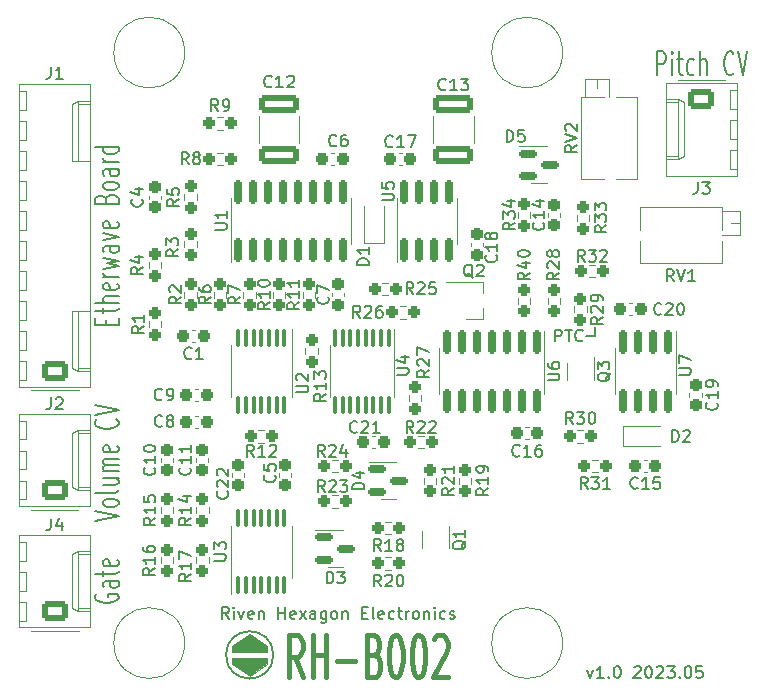
<source format=gbr>
%TF.GenerationSoftware,KiCad,Pcbnew,6.0.11-2627ca5db0~126~ubuntu22.04.1*%
%TF.CreationDate,2023-05-12T21:42:37+02:00*%
%TF.ProjectId,Etherwave-GateCV,45746865-7277-4617-9665-2d4761746543,rev?*%
%TF.SameCoordinates,Original*%
%TF.FileFunction,Legend,Top*%
%TF.FilePolarity,Positive*%
%FSLAX46Y46*%
G04 Gerber Fmt 4.6, Leading zero omitted, Abs format (unit mm)*
G04 Created by KiCad (PCBNEW 6.0.11-2627ca5db0~126~ubuntu22.04.1) date 2023-05-12 21:42:37*
%MOMM*%
%LPD*%
G01*
G04 APERTURE LIST*
G04 Aperture macros list*
%AMRoundRect*
0 Rectangle with rounded corners*
0 $1 Rounding radius*
0 $2 $3 $4 $5 $6 $7 $8 $9 X,Y pos of 4 corners*
0 Add a 4 corners polygon primitive as box body*
4,1,4,$2,$3,$4,$5,$6,$7,$8,$9,$2,$3,0*
0 Add four circle primitives for the rounded corners*
1,1,$1+$1,$2,$3*
1,1,$1+$1,$4,$5*
1,1,$1+$1,$6,$7*
1,1,$1+$1,$8,$9*
0 Add four rect primitives between the rounded corners*
20,1,$1+$1,$2,$3,$4,$5,0*
20,1,$1+$1,$4,$5,$6,$7,0*
20,1,$1+$1,$6,$7,$8,$9,0*
20,1,$1+$1,$8,$9,$2,$3,0*%
G04 Aperture macros list end*
%ADD10C,0.150000*%
%ADD11C,0.100000*%
%ADD12C,0.400000*%
%ADD13C,0.120000*%
%ADD14C,3.200000*%
%ADD15RoundRect,0.237500X-0.300000X-0.237500X0.300000X-0.237500X0.300000X0.237500X-0.300000X0.237500X0*%
%ADD16RoundRect,0.237500X0.237500X-0.250000X0.237500X0.250000X-0.237500X0.250000X-0.237500X-0.250000X0*%
%ADD17RoundRect,0.250000X0.845000X-0.620000X0.845000X0.620000X-0.845000X0.620000X-0.845000X-0.620000X0*%
%ADD18O,2.190000X1.740000*%
%ADD19RoundRect,0.250000X1.450000X-0.537500X1.450000X0.537500X-1.450000X0.537500X-1.450000X-0.537500X0*%
%ADD20RoundRect,0.237500X0.237500X-0.300000X0.237500X0.300000X-0.237500X0.300000X-0.237500X-0.300000X0*%
%ADD21RoundRect,0.150000X-0.150000X0.825000X-0.150000X-0.825000X0.150000X-0.825000X0.150000X0.825000X0*%
%ADD22RoundRect,0.237500X-0.237500X0.250000X-0.237500X-0.250000X0.237500X-0.250000X0.237500X0.250000X0*%
%ADD23RoundRect,0.237500X0.300000X0.237500X-0.300000X0.237500X-0.300000X-0.237500X0.300000X-0.237500X0*%
%ADD24RoundRect,0.237500X-0.250000X-0.237500X0.250000X-0.237500X0.250000X0.237500X-0.250000X0.237500X0*%
%ADD25RoundRect,0.237500X-0.237500X0.300000X-0.237500X-0.300000X0.237500X-0.300000X0.237500X0.300000X0*%
%ADD26RoundRect,0.237500X0.250000X0.237500X-0.250000X0.237500X-0.250000X-0.237500X0.250000X-0.237500X0*%
%ADD27R,1.900000X0.800000*%
%ADD28RoundRect,0.150000X-0.587500X-0.150000X0.587500X-0.150000X0.587500X0.150000X-0.587500X0.150000X0*%
%ADD29R,0.400000X1.500000*%
%ADD30C,1.440000*%
%ADD31R,1.000000X1.000000*%
%ADD32RoundRect,0.100000X-0.100000X0.637500X-0.100000X-0.637500X0.100000X-0.637500X0.100000X0.637500X0*%
%ADD33RoundRect,0.100000X0.100000X-0.637500X0.100000X0.637500X-0.100000X0.637500X-0.100000X-0.637500X0*%
%ADD34RoundRect,0.150000X0.150000X-0.825000X0.150000X0.825000X-0.150000X0.825000X-0.150000X-0.825000X0*%
%ADD35RoundRect,0.250000X-0.845000X0.620000X-0.845000X-0.620000X0.845000X-0.620000X0.845000X0.620000X0*%
G04 APERTURE END LIST*
D10*
X78500000Y-106000000D02*
G75*
G03*
X78500000Y-106000000I-2000000J0D01*
G01*
D11*
X71000000Y-105000000D02*
G75*
G03*
X71000000Y-105000000I-3000000J0D01*
G01*
D10*
X105000000Y-79000000D02*
X105750000Y-79000000D01*
D11*
G36*
X78000000Y-106750000D02*
G01*
X76500000Y-107750000D01*
X75000000Y-106750000D01*
X75000000Y-106250000D01*
X78000000Y-106250000D01*
X78000000Y-106750000D01*
G37*
X78000000Y-106750000D02*
X76500000Y-107750000D01*
X75000000Y-106750000D01*
X75000000Y-106250000D01*
X78000000Y-106250000D01*
X78000000Y-106750000D01*
D10*
X105750000Y-79000000D02*
X105750000Y-78250000D01*
D11*
X103000000Y-105000000D02*
G75*
G03*
X103000000Y-105000000I-3000000J0D01*
G01*
G36*
X78000000Y-105250000D02*
G01*
X78000000Y-105750000D01*
X75000000Y-105750000D01*
X75000000Y-105250000D01*
X76500000Y-104250000D01*
X78000000Y-105250000D01*
G37*
X78000000Y-105250000D02*
X78000000Y-105750000D01*
X75000000Y-105750000D01*
X75000000Y-105250000D01*
X76500000Y-104250000D01*
X78000000Y-105250000D01*
X103000000Y-55000000D02*
G75*
G03*
X103000000Y-55000000I-3000000J0D01*
G01*
X71000000Y-55000000D02*
G75*
G03*
X71000000Y-55000000I-3000000J0D01*
G01*
D10*
X102357142Y-79452380D02*
X102357142Y-78452380D01*
X102738095Y-78452380D01*
X102833333Y-78500000D01*
X102880952Y-78547619D01*
X102928571Y-78642857D01*
X102928571Y-78785714D01*
X102880952Y-78880952D01*
X102833333Y-78928571D01*
X102738095Y-78976190D01*
X102357142Y-78976190D01*
X103214285Y-78452380D02*
X103785714Y-78452380D01*
X103500000Y-79452380D02*
X103500000Y-78452380D01*
X104690476Y-79357142D02*
X104642857Y-79404761D01*
X104500000Y-79452380D01*
X104404761Y-79452380D01*
X104261904Y-79404761D01*
X104166666Y-79309523D01*
X104119047Y-79214285D01*
X104071428Y-79023809D01*
X104071428Y-78880952D01*
X104119047Y-78690476D01*
X104166666Y-78595238D01*
X104261904Y-78500000D01*
X104404761Y-78452380D01*
X104500000Y-78452380D01*
X104642857Y-78500000D01*
X104690476Y-78547619D01*
X111029761Y-56904761D02*
X111029761Y-54904761D01*
X111505952Y-54904761D01*
X111625000Y-55000000D01*
X111684523Y-55095238D01*
X111744047Y-55285714D01*
X111744047Y-55571428D01*
X111684523Y-55761904D01*
X111625000Y-55857142D01*
X111505952Y-55952380D01*
X111029761Y-55952380D01*
X112279761Y-56904761D02*
X112279761Y-55571428D01*
X112279761Y-54904761D02*
X112220238Y-55000000D01*
X112279761Y-55095238D01*
X112339285Y-55000000D01*
X112279761Y-54904761D01*
X112279761Y-55095238D01*
X112696428Y-55571428D02*
X113172619Y-55571428D01*
X112875000Y-54904761D02*
X112875000Y-56619047D01*
X112934523Y-56809523D01*
X113053571Y-56904761D01*
X113172619Y-56904761D01*
X114125000Y-56809523D02*
X114005952Y-56904761D01*
X113767857Y-56904761D01*
X113648809Y-56809523D01*
X113589285Y-56714285D01*
X113529761Y-56523809D01*
X113529761Y-55952380D01*
X113589285Y-55761904D01*
X113648809Y-55666666D01*
X113767857Y-55571428D01*
X114005952Y-55571428D01*
X114125000Y-55666666D01*
X114660714Y-56904761D02*
X114660714Y-54904761D01*
X115196428Y-56904761D02*
X115196428Y-55857142D01*
X115136904Y-55666666D01*
X115017857Y-55571428D01*
X114839285Y-55571428D01*
X114720238Y-55666666D01*
X114660714Y-55761904D01*
X117458333Y-56714285D02*
X117398809Y-56809523D01*
X117220238Y-56904761D01*
X117101190Y-56904761D01*
X116922619Y-56809523D01*
X116803571Y-56619047D01*
X116744047Y-56428571D01*
X116684523Y-56047619D01*
X116684523Y-55761904D01*
X116744047Y-55380952D01*
X116803571Y-55190476D01*
X116922619Y-55000000D01*
X117101190Y-54904761D01*
X117220238Y-54904761D01*
X117398809Y-55000000D01*
X117458333Y-55095238D01*
X117815476Y-54904761D02*
X118232142Y-56904761D01*
X118648809Y-54904761D01*
D12*
X80976190Y-107833333D02*
X80309523Y-106166666D01*
X79833333Y-107833333D02*
X79833333Y-104333333D01*
X80595238Y-104333333D01*
X80785714Y-104500000D01*
X80880952Y-104666666D01*
X80976190Y-105000000D01*
X80976190Y-105500000D01*
X80880952Y-105833333D01*
X80785714Y-106000000D01*
X80595238Y-106166666D01*
X79833333Y-106166666D01*
X81833333Y-107833333D02*
X81833333Y-104333333D01*
X81833333Y-106000000D02*
X82976190Y-106000000D01*
X82976190Y-107833333D02*
X82976190Y-104333333D01*
X83928571Y-106500000D02*
X85452380Y-106500000D01*
X87071428Y-106000000D02*
X87357142Y-106166666D01*
X87452380Y-106333333D01*
X87547619Y-106666666D01*
X87547619Y-107166666D01*
X87452380Y-107500000D01*
X87357142Y-107666666D01*
X87166666Y-107833333D01*
X86404761Y-107833333D01*
X86404761Y-104333333D01*
X87071428Y-104333333D01*
X87261904Y-104500000D01*
X87357142Y-104666666D01*
X87452380Y-105000000D01*
X87452380Y-105333333D01*
X87357142Y-105666666D01*
X87261904Y-105833333D01*
X87071428Y-106000000D01*
X86404761Y-106000000D01*
X88785714Y-104333333D02*
X88976190Y-104333333D01*
X89166666Y-104500000D01*
X89261904Y-104666666D01*
X89357142Y-105000000D01*
X89452380Y-105666666D01*
X89452380Y-106500000D01*
X89357142Y-107166666D01*
X89261904Y-107500000D01*
X89166666Y-107666666D01*
X88976190Y-107833333D01*
X88785714Y-107833333D01*
X88595238Y-107666666D01*
X88500000Y-107500000D01*
X88404761Y-107166666D01*
X88309523Y-106500000D01*
X88309523Y-105666666D01*
X88404761Y-105000000D01*
X88500000Y-104666666D01*
X88595238Y-104500000D01*
X88785714Y-104333333D01*
X90690476Y-104333333D02*
X90880952Y-104333333D01*
X91071428Y-104500000D01*
X91166666Y-104666666D01*
X91261904Y-105000000D01*
X91357142Y-105666666D01*
X91357142Y-106500000D01*
X91261904Y-107166666D01*
X91166666Y-107500000D01*
X91071428Y-107666666D01*
X90880952Y-107833333D01*
X90690476Y-107833333D01*
X90500000Y-107666666D01*
X90404761Y-107500000D01*
X90309523Y-107166666D01*
X90214285Y-106500000D01*
X90214285Y-105666666D01*
X90309523Y-105000000D01*
X90404761Y-104666666D01*
X90500000Y-104500000D01*
X90690476Y-104333333D01*
X92119047Y-104666666D02*
X92214285Y-104500000D01*
X92404761Y-104333333D01*
X92880952Y-104333333D01*
X93071428Y-104500000D01*
X93166666Y-104666666D01*
X93261904Y-105000000D01*
X93261904Y-105333333D01*
X93166666Y-105833333D01*
X92023809Y-107833333D01*
X93261904Y-107833333D01*
D10*
X63404761Y-94630952D02*
X65404761Y-94214285D01*
X63404761Y-93797619D01*
X65404761Y-93202380D02*
X65309523Y-93321428D01*
X65214285Y-93380952D01*
X65023809Y-93440476D01*
X64452380Y-93440476D01*
X64261904Y-93380952D01*
X64166666Y-93321428D01*
X64071428Y-93202380D01*
X64071428Y-93023809D01*
X64166666Y-92904761D01*
X64261904Y-92845238D01*
X64452380Y-92785714D01*
X65023809Y-92785714D01*
X65214285Y-92845238D01*
X65309523Y-92904761D01*
X65404761Y-93023809D01*
X65404761Y-93202380D01*
X65404761Y-92071428D02*
X65309523Y-92190476D01*
X65119047Y-92250000D01*
X63404761Y-92250000D01*
X64071428Y-91059523D02*
X65404761Y-91059523D01*
X64071428Y-91595238D02*
X65119047Y-91595238D01*
X65309523Y-91535714D01*
X65404761Y-91416666D01*
X65404761Y-91238095D01*
X65309523Y-91119047D01*
X65214285Y-91059523D01*
X65404761Y-90464285D02*
X64071428Y-90464285D01*
X64261904Y-90464285D02*
X64166666Y-90404761D01*
X64071428Y-90285714D01*
X64071428Y-90107142D01*
X64166666Y-89988095D01*
X64357142Y-89928571D01*
X65404761Y-89928571D01*
X64357142Y-89928571D02*
X64166666Y-89869047D01*
X64071428Y-89750000D01*
X64071428Y-89571428D01*
X64166666Y-89452380D01*
X64357142Y-89392857D01*
X65404761Y-89392857D01*
X65309523Y-88321428D02*
X65404761Y-88440476D01*
X65404761Y-88678571D01*
X65309523Y-88797619D01*
X65119047Y-88857142D01*
X64357142Y-88857142D01*
X64166666Y-88797619D01*
X64071428Y-88678571D01*
X64071428Y-88440476D01*
X64166666Y-88321428D01*
X64357142Y-88261904D01*
X64547619Y-88261904D01*
X64738095Y-88857142D01*
X65214285Y-86059523D02*
X65309523Y-86119047D01*
X65404761Y-86297619D01*
X65404761Y-86416666D01*
X65309523Y-86595238D01*
X65119047Y-86714285D01*
X64928571Y-86773809D01*
X64547619Y-86833333D01*
X64261904Y-86833333D01*
X63880952Y-86773809D01*
X63690476Y-86714285D01*
X63500000Y-86595238D01*
X63404761Y-86416666D01*
X63404761Y-86297619D01*
X63500000Y-86119047D01*
X63595238Y-86059523D01*
X63404761Y-85702380D02*
X65404761Y-85285714D01*
X63404761Y-84869047D01*
X63500000Y-100880952D02*
X63404761Y-101000000D01*
X63404761Y-101178571D01*
X63500000Y-101357142D01*
X63690476Y-101476190D01*
X63880952Y-101535714D01*
X64261904Y-101595238D01*
X64547619Y-101595238D01*
X64928571Y-101535714D01*
X65119047Y-101476190D01*
X65309523Y-101357142D01*
X65404761Y-101178571D01*
X65404761Y-101059523D01*
X65309523Y-100880952D01*
X65214285Y-100821428D01*
X64547619Y-100821428D01*
X64547619Y-101059523D01*
X65404761Y-99750000D02*
X64357142Y-99750000D01*
X64166666Y-99809523D01*
X64071428Y-99928571D01*
X64071428Y-100166666D01*
X64166666Y-100285714D01*
X65309523Y-99750000D02*
X65404761Y-99869047D01*
X65404761Y-100166666D01*
X65309523Y-100285714D01*
X65119047Y-100345238D01*
X64928571Y-100345238D01*
X64738095Y-100285714D01*
X64642857Y-100166666D01*
X64642857Y-99869047D01*
X64547619Y-99750000D01*
X64071428Y-99333333D02*
X64071428Y-98857142D01*
X63404761Y-99154761D02*
X65119047Y-99154761D01*
X65309523Y-99095238D01*
X65404761Y-98976190D01*
X65404761Y-98857142D01*
X65309523Y-97964285D02*
X65404761Y-98083333D01*
X65404761Y-98321428D01*
X65309523Y-98440476D01*
X65119047Y-98500000D01*
X64357142Y-98500000D01*
X64166666Y-98440476D01*
X64071428Y-98321428D01*
X64071428Y-98083333D01*
X64166666Y-97964285D01*
X64357142Y-97904761D01*
X64547619Y-97904761D01*
X64738095Y-98500000D01*
X64357142Y-78029761D02*
X64357142Y-77613095D01*
X65404761Y-77434523D02*
X65404761Y-78029761D01*
X63404761Y-78029761D01*
X63404761Y-77434523D01*
X64071428Y-77077380D02*
X64071428Y-76601190D01*
X63404761Y-76898809D02*
X65119047Y-76898809D01*
X65309523Y-76839285D01*
X65404761Y-76720238D01*
X65404761Y-76601190D01*
X65404761Y-76184523D02*
X63404761Y-76184523D01*
X65404761Y-75648809D02*
X64357142Y-75648809D01*
X64166666Y-75708333D01*
X64071428Y-75827380D01*
X64071428Y-76005952D01*
X64166666Y-76125000D01*
X64261904Y-76184523D01*
X65309523Y-74577380D02*
X65404761Y-74696428D01*
X65404761Y-74934523D01*
X65309523Y-75053571D01*
X65119047Y-75113095D01*
X64357142Y-75113095D01*
X64166666Y-75053571D01*
X64071428Y-74934523D01*
X64071428Y-74696428D01*
X64166666Y-74577380D01*
X64357142Y-74517857D01*
X64547619Y-74517857D01*
X64738095Y-75113095D01*
X65404761Y-73982142D02*
X64071428Y-73982142D01*
X64452380Y-73982142D02*
X64261904Y-73922619D01*
X64166666Y-73863095D01*
X64071428Y-73744047D01*
X64071428Y-73625000D01*
X64071428Y-73327380D02*
X65404761Y-73089285D01*
X64452380Y-72851190D01*
X65404761Y-72613095D01*
X64071428Y-72375000D01*
X65404761Y-71363095D02*
X64357142Y-71363095D01*
X64166666Y-71422619D01*
X64071428Y-71541666D01*
X64071428Y-71779761D01*
X64166666Y-71898809D01*
X65309523Y-71363095D02*
X65404761Y-71482142D01*
X65404761Y-71779761D01*
X65309523Y-71898809D01*
X65119047Y-71958333D01*
X64928571Y-71958333D01*
X64738095Y-71898809D01*
X64642857Y-71779761D01*
X64642857Y-71482142D01*
X64547619Y-71363095D01*
X64071428Y-70886904D02*
X65404761Y-70589285D01*
X64071428Y-70291666D01*
X65309523Y-69339285D02*
X65404761Y-69458333D01*
X65404761Y-69696428D01*
X65309523Y-69815476D01*
X65119047Y-69875000D01*
X64357142Y-69875000D01*
X64166666Y-69815476D01*
X64071428Y-69696428D01*
X64071428Y-69458333D01*
X64166666Y-69339285D01*
X64357142Y-69279761D01*
X64547619Y-69279761D01*
X64738095Y-69875000D01*
X64357142Y-67375000D02*
X64452380Y-67196428D01*
X64547619Y-67136904D01*
X64738095Y-67077380D01*
X65023809Y-67077380D01*
X65214285Y-67136904D01*
X65309523Y-67196428D01*
X65404761Y-67315476D01*
X65404761Y-67791666D01*
X63404761Y-67791666D01*
X63404761Y-67375000D01*
X63500000Y-67255952D01*
X63595238Y-67196428D01*
X63785714Y-67136904D01*
X63976190Y-67136904D01*
X64166666Y-67196428D01*
X64261904Y-67255952D01*
X64357142Y-67375000D01*
X64357142Y-67791666D01*
X65404761Y-66363095D02*
X65309523Y-66482142D01*
X65214285Y-66541666D01*
X65023809Y-66601190D01*
X64452380Y-66601190D01*
X64261904Y-66541666D01*
X64166666Y-66482142D01*
X64071428Y-66363095D01*
X64071428Y-66184523D01*
X64166666Y-66065476D01*
X64261904Y-66005952D01*
X64452380Y-65946428D01*
X65023809Y-65946428D01*
X65214285Y-66005952D01*
X65309523Y-66065476D01*
X65404761Y-66184523D01*
X65404761Y-66363095D01*
X65404761Y-64875000D02*
X64357142Y-64875000D01*
X64166666Y-64934523D01*
X64071428Y-65053571D01*
X64071428Y-65291666D01*
X64166666Y-65410714D01*
X65309523Y-64875000D02*
X65404761Y-64994047D01*
X65404761Y-65291666D01*
X65309523Y-65410714D01*
X65119047Y-65470238D01*
X64928571Y-65470238D01*
X64738095Y-65410714D01*
X64642857Y-65291666D01*
X64642857Y-64994047D01*
X64547619Y-64875000D01*
X65404761Y-64279761D02*
X64071428Y-64279761D01*
X64452380Y-64279761D02*
X64261904Y-64220238D01*
X64166666Y-64160714D01*
X64071428Y-64041666D01*
X64071428Y-63922619D01*
X65404761Y-62970238D02*
X63404761Y-62970238D01*
X65309523Y-62970238D02*
X65404761Y-63089285D01*
X65404761Y-63327380D01*
X65309523Y-63446428D01*
X65214285Y-63505952D01*
X65023809Y-63565476D01*
X64452380Y-63565476D01*
X64261904Y-63505952D01*
X64166666Y-63446428D01*
X64071428Y-63327380D01*
X64071428Y-63089285D01*
X64166666Y-62970238D01*
X74738095Y-102952380D02*
X74404761Y-102476190D01*
X74166666Y-102952380D02*
X74166666Y-101952380D01*
X74547619Y-101952380D01*
X74642857Y-102000000D01*
X74690476Y-102047619D01*
X74738095Y-102142857D01*
X74738095Y-102285714D01*
X74690476Y-102380952D01*
X74642857Y-102428571D01*
X74547619Y-102476190D01*
X74166666Y-102476190D01*
X75166666Y-102952380D02*
X75166666Y-102285714D01*
X75166666Y-101952380D02*
X75119047Y-102000000D01*
X75166666Y-102047619D01*
X75214285Y-102000000D01*
X75166666Y-101952380D01*
X75166666Y-102047619D01*
X75547619Y-102285714D02*
X75785714Y-102952380D01*
X76023809Y-102285714D01*
X76785714Y-102904761D02*
X76690476Y-102952380D01*
X76500000Y-102952380D01*
X76404761Y-102904761D01*
X76357142Y-102809523D01*
X76357142Y-102428571D01*
X76404761Y-102333333D01*
X76500000Y-102285714D01*
X76690476Y-102285714D01*
X76785714Y-102333333D01*
X76833333Y-102428571D01*
X76833333Y-102523809D01*
X76357142Y-102619047D01*
X77261904Y-102285714D02*
X77261904Y-102952380D01*
X77261904Y-102380952D02*
X77309523Y-102333333D01*
X77404761Y-102285714D01*
X77547619Y-102285714D01*
X77642857Y-102333333D01*
X77690476Y-102428571D01*
X77690476Y-102952380D01*
X78928571Y-102952380D02*
X78928571Y-101952380D01*
X78928571Y-102428571D02*
X79500000Y-102428571D01*
X79500000Y-102952380D02*
X79500000Y-101952380D01*
X80357142Y-102904761D02*
X80261904Y-102952380D01*
X80071428Y-102952380D01*
X79976190Y-102904761D01*
X79928571Y-102809523D01*
X79928571Y-102428571D01*
X79976190Y-102333333D01*
X80071428Y-102285714D01*
X80261904Y-102285714D01*
X80357142Y-102333333D01*
X80404761Y-102428571D01*
X80404761Y-102523809D01*
X79928571Y-102619047D01*
X80738095Y-102952380D02*
X81261904Y-102285714D01*
X80738095Y-102285714D02*
X81261904Y-102952380D01*
X82071428Y-102952380D02*
X82071428Y-102428571D01*
X82023809Y-102333333D01*
X81928571Y-102285714D01*
X81738095Y-102285714D01*
X81642857Y-102333333D01*
X82071428Y-102904761D02*
X81976190Y-102952380D01*
X81738095Y-102952380D01*
X81642857Y-102904761D01*
X81595238Y-102809523D01*
X81595238Y-102714285D01*
X81642857Y-102619047D01*
X81738095Y-102571428D01*
X81976190Y-102571428D01*
X82071428Y-102523809D01*
X82976190Y-102285714D02*
X82976190Y-103095238D01*
X82928571Y-103190476D01*
X82880952Y-103238095D01*
X82785714Y-103285714D01*
X82642857Y-103285714D01*
X82547619Y-103238095D01*
X82976190Y-102904761D02*
X82880952Y-102952380D01*
X82690476Y-102952380D01*
X82595238Y-102904761D01*
X82547619Y-102857142D01*
X82500000Y-102761904D01*
X82500000Y-102476190D01*
X82547619Y-102380952D01*
X82595238Y-102333333D01*
X82690476Y-102285714D01*
X82880952Y-102285714D01*
X82976190Y-102333333D01*
X83595238Y-102952380D02*
X83500000Y-102904761D01*
X83452380Y-102857142D01*
X83404761Y-102761904D01*
X83404761Y-102476190D01*
X83452380Y-102380952D01*
X83500000Y-102333333D01*
X83595238Y-102285714D01*
X83738095Y-102285714D01*
X83833333Y-102333333D01*
X83880952Y-102380952D01*
X83928571Y-102476190D01*
X83928571Y-102761904D01*
X83880952Y-102857142D01*
X83833333Y-102904761D01*
X83738095Y-102952380D01*
X83595238Y-102952380D01*
X84357142Y-102285714D02*
X84357142Y-102952380D01*
X84357142Y-102380952D02*
X84404761Y-102333333D01*
X84500000Y-102285714D01*
X84642857Y-102285714D01*
X84738095Y-102333333D01*
X84785714Y-102428571D01*
X84785714Y-102952380D01*
X86023809Y-102428571D02*
X86357142Y-102428571D01*
X86500000Y-102952380D02*
X86023809Y-102952380D01*
X86023809Y-101952380D01*
X86500000Y-101952380D01*
X87071428Y-102952380D02*
X86976190Y-102904761D01*
X86928571Y-102809523D01*
X86928571Y-101952380D01*
X87833333Y-102904761D02*
X87738095Y-102952380D01*
X87547619Y-102952380D01*
X87452380Y-102904761D01*
X87404761Y-102809523D01*
X87404761Y-102428571D01*
X87452380Y-102333333D01*
X87547619Y-102285714D01*
X87738095Y-102285714D01*
X87833333Y-102333333D01*
X87880952Y-102428571D01*
X87880952Y-102523809D01*
X87404761Y-102619047D01*
X88738095Y-102904761D02*
X88642857Y-102952380D01*
X88452380Y-102952380D01*
X88357142Y-102904761D01*
X88309523Y-102857142D01*
X88261904Y-102761904D01*
X88261904Y-102476190D01*
X88309523Y-102380952D01*
X88357142Y-102333333D01*
X88452380Y-102285714D01*
X88642857Y-102285714D01*
X88738095Y-102333333D01*
X89023809Y-102285714D02*
X89404761Y-102285714D01*
X89166666Y-101952380D02*
X89166666Y-102809523D01*
X89214285Y-102904761D01*
X89309523Y-102952380D01*
X89404761Y-102952380D01*
X89738095Y-102952380D02*
X89738095Y-102285714D01*
X89738095Y-102476190D02*
X89785714Y-102380952D01*
X89833333Y-102333333D01*
X89928571Y-102285714D01*
X90023809Y-102285714D01*
X90500000Y-102952380D02*
X90404761Y-102904761D01*
X90357142Y-102857142D01*
X90309523Y-102761904D01*
X90309523Y-102476190D01*
X90357142Y-102380952D01*
X90404761Y-102333333D01*
X90500000Y-102285714D01*
X90642857Y-102285714D01*
X90738095Y-102333333D01*
X90785714Y-102380952D01*
X90833333Y-102476190D01*
X90833333Y-102761904D01*
X90785714Y-102857142D01*
X90738095Y-102904761D01*
X90642857Y-102952380D01*
X90500000Y-102952380D01*
X91261904Y-102285714D02*
X91261904Y-102952380D01*
X91261904Y-102380952D02*
X91309523Y-102333333D01*
X91404761Y-102285714D01*
X91547619Y-102285714D01*
X91642857Y-102333333D01*
X91690476Y-102428571D01*
X91690476Y-102952380D01*
X92166666Y-102952380D02*
X92166666Y-102285714D01*
X92166666Y-101952380D02*
X92119047Y-102000000D01*
X92166666Y-102047619D01*
X92214285Y-102000000D01*
X92166666Y-101952380D01*
X92166666Y-102047619D01*
X93071428Y-102904761D02*
X92976190Y-102952380D01*
X92785714Y-102952380D01*
X92690476Y-102904761D01*
X92642857Y-102857142D01*
X92595238Y-102761904D01*
X92595238Y-102476190D01*
X92642857Y-102380952D01*
X92690476Y-102333333D01*
X92785714Y-102285714D01*
X92976190Y-102285714D01*
X93071428Y-102333333D01*
X93452380Y-102904761D02*
X93547619Y-102952380D01*
X93738095Y-102952380D01*
X93833333Y-102904761D01*
X93880952Y-102809523D01*
X93880952Y-102761904D01*
X93833333Y-102666666D01*
X93738095Y-102619047D01*
X93595238Y-102619047D01*
X93500000Y-102571428D01*
X93452380Y-102476190D01*
X93452380Y-102428571D01*
X93500000Y-102333333D01*
X93595238Y-102285714D01*
X93738095Y-102285714D01*
X93833333Y-102333333D01*
X105095238Y-107285714D02*
X105333333Y-107952380D01*
X105571428Y-107285714D01*
X106476190Y-107952380D02*
X105904761Y-107952380D01*
X106190476Y-107952380D02*
X106190476Y-106952380D01*
X106095238Y-107095238D01*
X106000000Y-107190476D01*
X105904761Y-107238095D01*
X106904761Y-107857142D02*
X106952380Y-107904761D01*
X106904761Y-107952380D01*
X106857142Y-107904761D01*
X106904761Y-107857142D01*
X106904761Y-107952380D01*
X107571428Y-106952380D02*
X107666666Y-106952380D01*
X107761904Y-107000000D01*
X107809523Y-107047619D01*
X107857142Y-107142857D01*
X107904761Y-107333333D01*
X107904761Y-107571428D01*
X107857142Y-107761904D01*
X107809523Y-107857142D01*
X107761904Y-107904761D01*
X107666666Y-107952380D01*
X107571428Y-107952380D01*
X107476190Y-107904761D01*
X107428571Y-107857142D01*
X107380952Y-107761904D01*
X107333333Y-107571428D01*
X107333333Y-107333333D01*
X107380952Y-107142857D01*
X107428571Y-107047619D01*
X107476190Y-107000000D01*
X107571428Y-106952380D01*
X109047619Y-107047619D02*
X109095238Y-107000000D01*
X109190476Y-106952380D01*
X109428571Y-106952380D01*
X109523809Y-107000000D01*
X109571428Y-107047619D01*
X109619047Y-107142857D01*
X109619047Y-107238095D01*
X109571428Y-107380952D01*
X109000000Y-107952380D01*
X109619047Y-107952380D01*
X110238095Y-106952380D02*
X110333333Y-106952380D01*
X110428571Y-107000000D01*
X110476190Y-107047619D01*
X110523809Y-107142857D01*
X110571428Y-107333333D01*
X110571428Y-107571428D01*
X110523809Y-107761904D01*
X110476190Y-107857142D01*
X110428571Y-107904761D01*
X110333333Y-107952380D01*
X110238095Y-107952380D01*
X110142857Y-107904761D01*
X110095238Y-107857142D01*
X110047619Y-107761904D01*
X110000000Y-107571428D01*
X110000000Y-107333333D01*
X110047619Y-107142857D01*
X110095238Y-107047619D01*
X110142857Y-107000000D01*
X110238095Y-106952380D01*
X110952380Y-107047619D02*
X111000000Y-107000000D01*
X111095238Y-106952380D01*
X111333333Y-106952380D01*
X111428571Y-107000000D01*
X111476190Y-107047619D01*
X111523809Y-107142857D01*
X111523809Y-107238095D01*
X111476190Y-107380952D01*
X110904761Y-107952380D01*
X111523809Y-107952380D01*
X111857142Y-106952380D02*
X112476190Y-106952380D01*
X112142857Y-107333333D01*
X112285714Y-107333333D01*
X112380952Y-107380952D01*
X112428571Y-107428571D01*
X112476190Y-107523809D01*
X112476190Y-107761904D01*
X112428571Y-107857142D01*
X112380952Y-107904761D01*
X112285714Y-107952380D01*
X112000000Y-107952380D01*
X111904761Y-107904761D01*
X111857142Y-107857142D01*
X112904761Y-107857142D02*
X112952380Y-107904761D01*
X112904761Y-107952380D01*
X112857142Y-107904761D01*
X112904761Y-107857142D01*
X112904761Y-107952380D01*
X113571428Y-106952380D02*
X113666666Y-106952380D01*
X113761904Y-107000000D01*
X113809523Y-107047619D01*
X113857142Y-107142857D01*
X113904761Y-107333333D01*
X113904761Y-107571428D01*
X113857142Y-107761904D01*
X113809523Y-107857142D01*
X113761904Y-107904761D01*
X113666666Y-107952380D01*
X113571428Y-107952380D01*
X113476190Y-107904761D01*
X113428571Y-107857142D01*
X113380952Y-107761904D01*
X113333333Y-107571428D01*
X113333333Y-107333333D01*
X113380952Y-107142857D01*
X113428571Y-107047619D01*
X113476190Y-107000000D01*
X113571428Y-106952380D01*
X114809523Y-106952380D02*
X114333333Y-106952380D01*
X114285714Y-107428571D01*
X114333333Y-107380952D01*
X114428571Y-107333333D01*
X114666666Y-107333333D01*
X114761904Y-107380952D01*
X114809523Y-107428571D01*
X114857142Y-107523809D01*
X114857142Y-107761904D01*
X114809523Y-107857142D01*
X114761904Y-107904761D01*
X114666666Y-107952380D01*
X114428571Y-107952380D01*
X114333333Y-107904761D01*
X114285714Y-107857142D01*
%TO.C,C1*%
X71583333Y-80857142D02*
X71535714Y-80904761D01*
X71392857Y-80952380D01*
X71297619Y-80952380D01*
X71154761Y-80904761D01*
X71059523Y-80809523D01*
X71011904Y-80714285D01*
X70964285Y-80523809D01*
X70964285Y-80380952D01*
X71011904Y-80190476D01*
X71059523Y-80095238D01*
X71154761Y-80000000D01*
X71297619Y-79952380D01*
X71392857Y-79952380D01*
X71535714Y-80000000D01*
X71583333Y-80047619D01*
X72535714Y-80952380D02*
X71964285Y-80952380D01*
X72250000Y-80952380D02*
X72250000Y-79952380D01*
X72154761Y-80095238D01*
X72059523Y-80190476D01*
X71964285Y-80238095D01*
%TO.C,R14*%
X71522380Y-94392857D02*
X71046190Y-94726190D01*
X71522380Y-94964285D02*
X70522380Y-94964285D01*
X70522380Y-94583333D01*
X70570000Y-94488095D01*
X70617619Y-94440476D01*
X70712857Y-94392857D01*
X70855714Y-94392857D01*
X70950952Y-94440476D01*
X70998571Y-94488095D01*
X71046190Y-94583333D01*
X71046190Y-94964285D01*
X71522380Y-93440476D02*
X71522380Y-94011904D01*
X71522380Y-93726190D02*
X70522380Y-93726190D01*
X70665238Y-93821428D01*
X70760476Y-93916666D01*
X70808095Y-94011904D01*
X70855714Y-92583333D02*
X71522380Y-92583333D01*
X70474761Y-92821428D02*
X71189047Y-93059523D01*
X71189047Y-92440476D01*
%TO.C,J1*%
X59666666Y-56202380D02*
X59666666Y-56916666D01*
X59619047Y-57059523D01*
X59523809Y-57154761D01*
X59380952Y-57202380D01*
X59285714Y-57202380D01*
X60666666Y-57202380D02*
X60095238Y-57202380D01*
X60380952Y-57202380D02*
X60380952Y-56202380D01*
X60285714Y-56345238D01*
X60190476Y-56440476D01*
X60095238Y-56488095D01*
%TO.C,R5*%
X70522380Y-67416666D02*
X70046190Y-67750000D01*
X70522380Y-67988095D02*
X69522380Y-67988095D01*
X69522380Y-67607142D01*
X69570000Y-67511904D01*
X69617619Y-67464285D01*
X69712857Y-67416666D01*
X69855714Y-67416666D01*
X69950952Y-67464285D01*
X69998571Y-67511904D01*
X70046190Y-67607142D01*
X70046190Y-67988095D01*
X69522380Y-66511904D02*
X69522380Y-66988095D01*
X69998571Y-67035714D01*
X69950952Y-66988095D01*
X69903333Y-66892857D01*
X69903333Y-66654761D01*
X69950952Y-66559523D01*
X69998571Y-66511904D01*
X70093809Y-66464285D01*
X70331904Y-66464285D01*
X70427142Y-66511904D01*
X70474761Y-66559523D01*
X70522380Y-66654761D01*
X70522380Y-66892857D01*
X70474761Y-66988095D01*
X70427142Y-67035714D01*
%TO.C,C13*%
X93107142Y-58107142D02*
X93059523Y-58154761D01*
X92916666Y-58202380D01*
X92821428Y-58202380D01*
X92678571Y-58154761D01*
X92583333Y-58059523D01*
X92535714Y-57964285D01*
X92488095Y-57773809D01*
X92488095Y-57630952D01*
X92535714Y-57440476D01*
X92583333Y-57345238D01*
X92678571Y-57250000D01*
X92821428Y-57202380D01*
X92916666Y-57202380D01*
X93059523Y-57250000D01*
X93107142Y-57297619D01*
X94059523Y-58202380D02*
X93488095Y-58202380D01*
X93773809Y-58202380D02*
X93773809Y-57202380D01*
X93678571Y-57345238D01*
X93583333Y-57440476D01*
X93488095Y-57488095D01*
X94392857Y-57202380D02*
X95011904Y-57202380D01*
X94678571Y-57583333D01*
X94821428Y-57583333D01*
X94916666Y-57630952D01*
X94964285Y-57678571D01*
X95011904Y-57773809D01*
X95011904Y-58011904D01*
X94964285Y-58107142D01*
X94916666Y-58154761D01*
X94821428Y-58202380D01*
X94535714Y-58202380D01*
X94440476Y-58154761D01*
X94392857Y-58107142D01*
%TO.C,C14*%
X101357142Y-69392857D02*
X101404761Y-69440476D01*
X101452380Y-69583333D01*
X101452380Y-69678571D01*
X101404761Y-69821428D01*
X101309523Y-69916666D01*
X101214285Y-69964285D01*
X101023809Y-70011904D01*
X100880952Y-70011904D01*
X100690476Y-69964285D01*
X100595238Y-69916666D01*
X100500000Y-69821428D01*
X100452380Y-69678571D01*
X100452380Y-69583333D01*
X100500000Y-69440476D01*
X100547619Y-69392857D01*
X101452380Y-68440476D02*
X101452380Y-69011904D01*
X101452380Y-68726190D02*
X100452380Y-68726190D01*
X100595238Y-68821428D01*
X100690476Y-68916666D01*
X100738095Y-69011904D01*
X100785714Y-67583333D02*
X101452380Y-67583333D01*
X100404761Y-67821428D02*
X101119047Y-68059523D01*
X101119047Y-67440476D01*
%TO.C,R40*%
X100202380Y-73642857D02*
X99726190Y-73976190D01*
X100202380Y-74214285D02*
X99202380Y-74214285D01*
X99202380Y-73833333D01*
X99250000Y-73738095D01*
X99297619Y-73690476D01*
X99392857Y-73642857D01*
X99535714Y-73642857D01*
X99630952Y-73690476D01*
X99678571Y-73738095D01*
X99726190Y-73833333D01*
X99726190Y-74214285D01*
X99535714Y-72785714D02*
X100202380Y-72785714D01*
X99154761Y-73023809D02*
X99869047Y-73261904D01*
X99869047Y-72642857D01*
X99202380Y-72071428D02*
X99202380Y-71976190D01*
X99250000Y-71880952D01*
X99297619Y-71833333D01*
X99392857Y-71785714D01*
X99583333Y-71738095D01*
X99821428Y-71738095D01*
X100011904Y-71785714D01*
X100107142Y-71833333D01*
X100154761Y-71880952D01*
X100202380Y-71976190D01*
X100202380Y-72071428D01*
X100154761Y-72166666D01*
X100107142Y-72214285D01*
X100011904Y-72261904D01*
X99821428Y-72309523D01*
X99583333Y-72309523D01*
X99392857Y-72261904D01*
X99297619Y-72214285D01*
X99250000Y-72166666D01*
X99202380Y-72071428D01*
%TO.C,R3*%
X70452380Y-71666666D02*
X69976190Y-72000000D01*
X70452380Y-72238095D02*
X69452380Y-72238095D01*
X69452380Y-71857142D01*
X69500000Y-71761904D01*
X69547619Y-71714285D01*
X69642857Y-71666666D01*
X69785714Y-71666666D01*
X69880952Y-71714285D01*
X69928571Y-71761904D01*
X69976190Y-71857142D01*
X69976190Y-72238095D01*
X69452380Y-71333333D02*
X69452380Y-70714285D01*
X69833333Y-71047619D01*
X69833333Y-70904761D01*
X69880952Y-70809523D01*
X69928571Y-70761904D01*
X70023809Y-70714285D01*
X70261904Y-70714285D01*
X70357142Y-70761904D01*
X70404761Y-70809523D01*
X70452380Y-70904761D01*
X70452380Y-71190476D01*
X70404761Y-71285714D01*
X70357142Y-71333333D01*
%TO.C,C18*%
X97357142Y-72142857D02*
X97404761Y-72190476D01*
X97452380Y-72333333D01*
X97452380Y-72428571D01*
X97404761Y-72571428D01*
X97309523Y-72666666D01*
X97214285Y-72714285D01*
X97023809Y-72761904D01*
X96880952Y-72761904D01*
X96690476Y-72714285D01*
X96595238Y-72666666D01*
X96500000Y-72571428D01*
X96452380Y-72428571D01*
X96452380Y-72333333D01*
X96500000Y-72190476D01*
X96547619Y-72142857D01*
X97452380Y-71190476D02*
X97452380Y-71761904D01*
X97452380Y-71476190D02*
X96452380Y-71476190D01*
X96595238Y-71571428D01*
X96690476Y-71666666D01*
X96738095Y-71761904D01*
X96880952Y-70619047D02*
X96833333Y-70714285D01*
X96785714Y-70761904D01*
X96690476Y-70809523D01*
X96642857Y-70809523D01*
X96547619Y-70761904D01*
X96500000Y-70714285D01*
X96452380Y-70619047D01*
X96452380Y-70428571D01*
X96500000Y-70333333D01*
X96547619Y-70285714D01*
X96642857Y-70238095D01*
X96690476Y-70238095D01*
X96785714Y-70285714D01*
X96833333Y-70333333D01*
X96880952Y-70428571D01*
X96880952Y-70619047D01*
X96928571Y-70714285D01*
X96976190Y-70761904D01*
X97071428Y-70809523D01*
X97261904Y-70809523D01*
X97357142Y-70761904D01*
X97404761Y-70714285D01*
X97452380Y-70619047D01*
X97452380Y-70428571D01*
X97404761Y-70333333D01*
X97357142Y-70285714D01*
X97261904Y-70238095D01*
X97071428Y-70238095D01*
X96976190Y-70285714D01*
X96928571Y-70333333D01*
X96880952Y-70428571D01*
%TO.C,J4*%
X59666666Y-94452380D02*
X59666666Y-95166666D01*
X59619047Y-95309523D01*
X59523809Y-95404761D01*
X59380952Y-95452380D01*
X59285714Y-95452380D01*
X60571428Y-94785714D02*
X60571428Y-95452380D01*
X60333333Y-94404761D02*
X60095238Y-95119047D01*
X60714285Y-95119047D01*
%TO.C,U6*%
X101732380Y-82761904D02*
X102541904Y-82761904D01*
X102637142Y-82714285D01*
X102684761Y-82666666D01*
X102732380Y-82571428D01*
X102732380Y-82380952D01*
X102684761Y-82285714D01*
X102637142Y-82238095D01*
X102541904Y-82190476D01*
X101732380Y-82190476D01*
X101732380Y-81285714D02*
X101732380Y-81476190D01*
X101780000Y-81571428D01*
X101827619Y-81619047D01*
X101970476Y-81714285D01*
X102160952Y-81761904D01*
X102541904Y-81761904D01*
X102637142Y-81714285D01*
X102684761Y-81666666D01*
X102732380Y-81571428D01*
X102732380Y-81380952D01*
X102684761Y-81285714D01*
X102637142Y-81238095D01*
X102541904Y-81190476D01*
X102303809Y-81190476D01*
X102208571Y-81238095D01*
X102160952Y-81285714D01*
X102113333Y-81380952D01*
X102113333Y-81571428D01*
X102160952Y-81666666D01*
X102208571Y-81714285D01*
X102303809Y-81761904D01*
%TO.C,R10*%
X78202380Y-76142857D02*
X77726190Y-76476190D01*
X78202380Y-76714285D02*
X77202380Y-76714285D01*
X77202380Y-76333333D01*
X77250000Y-76238095D01*
X77297619Y-76190476D01*
X77392857Y-76142857D01*
X77535714Y-76142857D01*
X77630952Y-76190476D01*
X77678571Y-76238095D01*
X77726190Y-76333333D01*
X77726190Y-76714285D01*
X78202380Y-75190476D02*
X78202380Y-75761904D01*
X78202380Y-75476190D02*
X77202380Y-75476190D01*
X77345238Y-75571428D01*
X77440476Y-75666666D01*
X77488095Y-75761904D01*
X77202380Y-74571428D02*
X77202380Y-74476190D01*
X77250000Y-74380952D01*
X77297619Y-74333333D01*
X77392857Y-74285714D01*
X77583333Y-74238095D01*
X77821428Y-74238095D01*
X78011904Y-74285714D01*
X78107142Y-74333333D01*
X78154761Y-74380952D01*
X78202380Y-74476190D01*
X78202380Y-74571428D01*
X78154761Y-74666666D01*
X78107142Y-74714285D01*
X78011904Y-74761904D01*
X77821428Y-74809523D01*
X77583333Y-74809523D01*
X77392857Y-74761904D01*
X77297619Y-74714285D01*
X77250000Y-74666666D01*
X77202380Y-74571428D01*
%TO.C,C20*%
X111357142Y-77107142D02*
X111309523Y-77154761D01*
X111166666Y-77202380D01*
X111071428Y-77202380D01*
X110928571Y-77154761D01*
X110833333Y-77059523D01*
X110785714Y-76964285D01*
X110738095Y-76773809D01*
X110738095Y-76630952D01*
X110785714Y-76440476D01*
X110833333Y-76345238D01*
X110928571Y-76250000D01*
X111071428Y-76202380D01*
X111166666Y-76202380D01*
X111309523Y-76250000D01*
X111357142Y-76297619D01*
X111738095Y-76297619D02*
X111785714Y-76250000D01*
X111880952Y-76202380D01*
X112119047Y-76202380D01*
X112214285Y-76250000D01*
X112261904Y-76297619D01*
X112309523Y-76392857D01*
X112309523Y-76488095D01*
X112261904Y-76630952D01*
X111690476Y-77202380D01*
X112309523Y-77202380D01*
X112928571Y-76202380D02*
X113023809Y-76202380D01*
X113119047Y-76250000D01*
X113166666Y-76297619D01*
X113214285Y-76392857D01*
X113261904Y-76583333D01*
X113261904Y-76821428D01*
X113214285Y-77011904D01*
X113166666Y-77107142D01*
X113119047Y-77154761D01*
X113023809Y-77202380D01*
X112928571Y-77202380D01*
X112833333Y-77154761D01*
X112785714Y-77107142D01*
X112738095Y-77011904D01*
X112690476Y-76821428D01*
X112690476Y-76583333D01*
X112738095Y-76392857D01*
X112785714Y-76297619D01*
X112833333Y-76250000D01*
X112928571Y-76202380D01*
%TO.C,R7*%
X75702380Y-75666666D02*
X75226190Y-76000000D01*
X75702380Y-76238095D02*
X74702380Y-76238095D01*
X74702380Y-75857142D01*
X74750000Y-75761904D01*
X74797619Y-75714285D01*
X74892857Y-75666666D01*
X75035714Y-75666666D01*
X75130952Y-75714285D01*
X75178571Y-75761904D01*
X75226190Y-75857142D01*
X75226190Y-76238095D01*
X74702380Y-75333333D02*
X74702380Y-74666666D01*
X75702380Y-75095238D01*
%TO.C,C6*%
X83833333Y-62857142D02*
X83785714Y-62904761D01*
X83642857Y-62952380D01*
X83547619Y-62952380D01*
X83404761Y-62904761D01*
X83309523Y-62809523D01*
X83261904Y-62714285D01*
X83214285Y-62523809D01*
X83214285Y-62380952D01*
X83261904Y-62190476D01*
X83309523Y-62095238D01*
X83404761Y-62000000D01*
X83547619Y-61952380D01*
X83642857Y-61952380D01*
X83785714Y-62000000D01*
X83833333Y-62047619D01*
X84690476Y-61952380D02*
X84500000Y-61952380D01*
X84404761Y-62000000D01*
X84357142Y-62047619D01*
X84261904Y-62190476D01*
X84214285Y-62380952D01*
X84214285Y-62761904D01*
X84261904Y-62857142D01*
X84309523Y-62904761D01*
X84404761Y-62952380D01*
X84595238Y-62952380D01*
X84690476Y-62904761D01*
X84738095Y-62857142D01*
X84785714Y-62761904D01*
X84785714Y-62523809D01*
X84738095Y-62428571D01*
X84690476Y-62380952D01*
X84595238Y-62333333D01*
X84404761Y-62333333D01*
X84309523Y-62380952D01*
X84261904Y-62428571D01*
X84214285Y-62523809D01*
%TO.C,C15*%
X109357142Y-91857142D02*
X109309523Y-91904761D01*
X109166666Y-91952380D01*
X109071428Y-91952380D01*
X108928571Y-91904761D01*
X108833333Y-91809523D01*
X108785714Y-91714285D01*
X108738095Y-91523809D01*
X108738095Y-91380952D01*
X108785714Y-91190476D01*
X108833333Y-91095238D01*
X108928571Y-91000000D01*
X109071428Y-90952380D01*
X109166666Y-90952380D01*
X109309523Y-91000000D01*
X109357142Y-91047619D01*
X110309523Y-91952380D02*
X109738095Y-91952380D01*
X110023809Y-91952380D02*
X110023809Y-90952380D01*
X109928571Y-91095238D01*
X109833333Y-91190476D01*
X109738095Y-91238095D01*
X111214285Y-90952380D02*
X110738095Y-90952380D01*
X110690476Y-91428571D01*
X110738095Y-91380952D01*
X110833333Y-91333333D01*
X111071428Y-91333333D01*
X111166666Y-91380952D01*
X111214285Y-91428571D01*
X111261904Y-91523809D01*
X111261904Y-91761904D01*
X111214285Y-91857142D01*
X111166666Y-91904761D01*
X111071428Y-91952380D01*
X110833333Y-91952380D01*
X110738095Y-91904761D01*
X110690476Y-91857142D01*
%TO.C,R27*%
X91702380Y-81892857D02*
X91226190Y-82226190D01*
X91702380Y-82464285D02*
X90702380Y-82464285D01*
X90702380Y-82083333D01*
X90750000Y-81988095D01*
X90797619Y-81940476D01*
X90892857Y-81892857D01*
X91035714Y-81892857D01*
X91130952Y-81940476D01*
X91178571Y-81988095D01*
X91226190Y-82083333D01*
X91226190Y-82464285D01*
X90797619Y-81511904D02*
X90750000Y-81464285D01*
X90702380Y-81369047D01*
X90702380Y-81130952D01*
X90750000Y-81035714D01*
X90797619Y-80988095D01*
X90892857Y-80940476D01*
X90988095Y-80940476D01*
X91130952Y-80988095D01*
X91702380Y-81559523D01*
X91702380Y-80940476D01*
X90702380Y-80607142D02*
X90702380Y-79940476D01*
X91702380Y-80369047D01*
%TO.C,R31*%
X105107142Y-91952380D02*
X104773809Y-91476190D01*
X104535714Y-91952380D02*
X104535714Y-90952380D01*
X104916666Y-90952380D01*
X105011904Y-91000000D01*
X105059523Y-91047619D01*
X105107142Y-91142857D01*
X105107142Y-91285714D01*
X105059523Y-91380952D01*
X105011904Y-91428571D01*
X104916666Y-91476190D01*
X104535714Y-91476190D01*
X105440476Y-90952380D02*
X106059523Y-90952380D01*
X105726190Y-91333333D01*
X105869047Y-91333333D01*
X105964285Y-91380952D01*
X106011904Y-91428571D01*
X106059523Y-91523809D01*
X106059523Y-91761904D01*
X106011904Y-91857142D01*
X105964285Y-91904761D01*
X105869047Y-91952380D01*
X105583333Y-91952380D01*
X105488095Y-91904761D01*
X105440476Y-91857142D01*
X107011904Y-91952380D02*
X106440476Y-91952380D01*
X106726190Y-91952380D02*
X106726190Y-90952380D01*
X106630952Y-91095238D01*
X106535714Y-91190476D01*
X106440476Y-91238095D01*
%TO.C,C11*%
X71427142Y-90142857D02*
X71474761Y-90190476D01*
X71522380Y-90333333D01*
X71522380Y-90428571D01*
X71474761Y-90571428D01*
X71379523Y-90666666D01*
X71284285Y-90714285D01*
X71093809Y-90761904D01*
X70950952Y-90761904D01*
X70760476Y-90714285D01*
X70665238Y-90666666D01*
X70570000Y-90571428D01*
X70522380Y-90428571D01*
X70522380Y-90333333D01*
X70570000Y-90190476D01*
X70617619Y-90142857D01*
X71522380Y-89190476D02*
X71522380Y-89761904D01*
X71522380Y-89476190D02*
X70522380Y-89476190D01*
X70665238Y-89571428D01*
X70760476Y-89666666D01*
X70808095Y-89761904D01*
X71522380Y-88238095D02*
X71522380Y-88809523D01*
X71522380Y-88523809D02*
X70522380Y-88523809D01*
X70665238Y-88619047D01*
X70760476Y-88714285D01*
X70808095Y-88809523D01*
%TO.C,C22*%
X74607142Y-92142857D02*
X74654761Y-92190476D01*
X74702380Y-92333333D01*
X74702380Y-92428571D01*
X74654761Y-92571428D01*
X74559523Y-92666666D01*
X74464285Y-92714285D01*
X74273809Y-92761904D01*
X74130952Y-92761904D01*
X73940476Y-92714285D01*
X73845238Y-92666666D01*
X73750000Y-92571428D01*
X73702380Y-92428571D01*
X73702380Y-92333333D01*
X73750000Y-92190476D01*
X73797619Y-92142857D01*
X73797619Y-91761904D02*
X73750000Y-91714285D01*
X73702380Y-91619047D01*
X73702380Y-91380952D01*
X73750000Y-91285714D01*
X73797619Y-91238095D01*
X73892857Y-91190476D01*
X73988095Y-91190476D01*
X74130952Y-91238095D01*
X74702380Y-91809523D01*
X74702380Y-91190476D01*
X73797619Y-90809523D02*
X73750000Y-90761904D01*
X73702380Y-90666666D01*
X73702380Y-90428571D01*
X73750000Y-90333333D01*
X73797619Y-90285714D01*
X73892857Y-90238095D01*
X73988095Y-90238095D01*
X74130952Y-90285714D01*
X74702380Y-90857142D01*
X74702380Y-90238095D01*
%TO.C,R24*%
X82857142Y-89202380D02*
X82523809Y-88726190D01*
X82285714Y-89202380D02*
X82285714Y-88202380D01*
X82666666Y-88202380D01*
X82761904Y-88250000D01*
X82809523Y-88297619D01*
X82857142Y-88392857D01*
X82857142Y-88535714D01*
X82809523Y-88630952D01*
X82761904Y-88678571D01*
X82666666Y-88726190D01*
X82285714Y-88726190D01*
X83238095Y-88297619D02*
X83285714Y-88250000D01*
X83380952Y-88202380D01*
X83619047Y-88202380D01*
X83714285Y-88250000D01*
X83761904Y-88297619D01*
X83809523Y-88392857D01*
X83809523Y-88488095D01*
X83761904Y-88630952D01*
X83190476Y-89202380D01*
X83809523Y-89202380D01*
X84666666Y-88535714D02*
X84666666Y-89202380D01*
X84428571Y-88154761D02*
X84190476Y-88869047D01*
X84809523Y-88869047D01*
%TO.C,R20*%
X87607142Y-100202380D02*
X87273809Y-99726190D01*
X87035714Y-100202380D02*
X87035714Y-99202380D01*
X87416666Y-99202380D01*
X87511904Y-99250000D01*
X87559523Y-99297619D01*
X87607142Y-99392857D01*
X87607142Y-99535714D01*
X87559523Y-99630952D01*
X87511904Y-99678571D01*
X87416666Y-99726190D01*
X87035714Y-99726190D01*
X87988095Y-99297619D02*
X88035714Y-99250000D01*
X88130952Y-99202380D01*
X88369047Y-99202380D01*
X88464285Y-99250000D01*
X88511904Y-99297619D01*
X88559523Y-99392857D01*
X88559523Y-99488095D01*
X88511904Y-99630952D01*
X87940476Y-100202380D01*
X88559523Y-100202380D01*
X89178571Y-99202380D02*
X89273809Y-99202380D01*
X89369047Y-99250000D01*
X89416666Y-99297619D01*
X89464285Y-99392857D01*
X89511904Y-99583333D01*
X89511904Y-99821428D01*
X89464285Y-100011904D01*
X89416666Y-100107142D01*
X89369047Y-100154761D01*
X89273809Y-100202380D01*
X89178571Y-100202380D01*
X89083333Y-100154761D01*
X89035714Y-100107142D01*
X88988095Y-100011904D01*
X88940476Y-99821428D01*
X88940476Y-99583333D01*
X88988095Y-99392857D01*
X89035714Y-99297619D01*
X89083333Y-99250000D01*
X89178571Y-99202380D01*
%TO.C,Q2*%
X95404761Y-74047619D02*
X95309523Y-74000000D01*
X95214285Y-73904761D01*
X95071428Y-73761904D01*
X94976190Y-73714285D01*
X94880952Y-73714285D01*
X94928571Y-73952380D02*
X94833333Y-73904761D01*
X94738095Y-73809523D01*
X94690476Y-73619047D01*
X94690476Y-73285714D01*
X94738095Y-73095238D01*
X94833333Y-73000000D01*
X94928571Y-72952380D01*
X95119047Y-72952380D01*
X95214285Y-73000000D01*
X95309523Y-73095238D01*
X95357142Y-73285714D01*
X95357142Y-73619047D01*
X95309523Y-73809523D01*
X95214285Y-73904761D01*
X95119047Y-73952380D01*
X94928571Y-73952380D01*
X95738095Y-73047619D02*
X95785714Y-73000000D01*
X95880952Y-72952380D01*
X96119047Y-72952380D01*
X96214285Y-73000000D01*
X96261904Y-73047619D01*
X96309523Y-73142857D01*
X96309523Y-73238095D01*
X96261904Y-73380952D01*
X95690476Y-73952380D01*
X96309523Y-73952380D01*
%TO.C,C19*%
X116037142Y-84642857D02*
X116084761Y-84690476D01*
X116132380Y-84833333D01*
X116132380Y-84928571D01*
X116084761Y-85071428D01*
X115989523Y-85166666D01*
X115894285Y-85214285D01*
X115703809Y-85261904D01*
X115560952Y-85261904D01*
X115370476Y-85214285D01*
X115275238Y-85166666D01*
X115180000Y-85071428D01*
X115132380Y-84928571D01*
X115132380Y-84833333D01*
X115180000Y-84690476D01*
X115227619Y-84642857D01*
X116132380Y-83690476D02*
X116132380Y-84261904D01*
X116132380Y-83976190D02*
X115132380Y-83976190D01*
X115275238Y-84071428D01*
X115370476Y-84166666D01*
X115418095Y-84261904D01*
X116132380Y-83214285D02*
X116132380Y-83023809D01*
X116084761Y-82928571D01*
X116037142Y-82880952D01*
X115894285Y-82785714D01*
X115703809Y-82738095D01*
X115322857Y-82738095D01*
X115227619Y-82785714D01*
X115180000Y-82833333D01*
X115132380Y-82928571D01*
X115132380Y-83119047D01*
X115180000Y-83214285D01*
X115227619Y-83261904D01*
X115322857Y-83309523D01*
X115560952Y-83309523D01*
X115656190Y-83261904D01*
X115703809Y-83214285D01*
X115751428Y-83119047D01*
X115751428Y-82928571D01*
X115703809Y-82833333D01*
X115656190Y-82785714D01*
X115560952Y-82738095D01*
%TO.C,C7*%
X83107142Y-75666666D02*
X83154761Y-75714285D01*
X83202380Y-75857142D01*
X83202380Y-75952380D01*
X83154761Y-76095238D01*
X83059523Y-76190476D01*
X82964285Y-76238095D01*
X82773809Y-76285714D01*
X82630952Y-76285714D01*
X82440476Y-76238095D01*
X82345238Y-76190476D01*
X82250000Y-76095238D01*
X82202380Y-75952380D01*
X82202380Y-75857142D01*
X82250000Y-75714285D01*
X82297619Y-75666666D01*
X82202380Y-75333333D02*
X82202380Y-74666666D01*
X83202380Y-75095238D01*
%TO.C,R22*%
X90357142Y-87202380D02*
X90023809Y-86726190D01*
X89785714Y-87202380D02*
X89785714Y-86202380D01*
X90166666Y-86202380D01*
X90261904Y-86250000D01*
X90309523Y-86297619D01*
X90357142Y-86392857D01*
X90357142Y-86535714D01*
X90309523Y-86630952D01*
X90261904Y-86678571D01*
X90166666Y-86726190D01*
X89785714Y-86726190D01*
X90738095Y-86297619D02*
X90785714Y-86250000D01*
X90880952Y-86202380D01*
X91119047Y-86202380D01*
X91214285Y-86250000D01*
X91261904Y-86297619D01*
X91309523Y-86392857D01*
X91309523Y-86488095D01*
X91261904Y-86630952D01*
X90690476Y-87202380D01*
X91309523Y-87202380D01*
X91690476Y-86297619D02*
X91738095Y-86250000D01*
X91833333Y-86202380D01*
X92071428Y-86202380D01*
X92166666Y-86250000D01*
X92214285Y-86297619D01*
X92261904Y-86392857D01*
X92261904Y-86488095D01*
X92214285Y-86630952D01*
X91642857Y-87202380D01*
X92261904Y-87202380D01*
%TO.C,R34*%
X98952380Y-69392857D02*
X98476190Y-69726190D01*
X98952380Y-69964285D02*
X97952380Y-69964285D01*
X97952380Y-69583333D01*
X98000000Y-69488095D01*
X98047619Y-69440476D01*
X98142857Y-69392857D01*
X98285714Y-69392857D01*
X98380952Y-69440476D01*
X98428571Y-69488095D01*
X98476190Y-69583333D01*
X98476190Y-69964285D01*
X97952380Y-69059523D02*
X97952380Y-68440476D01*
X98333333Y-68773809D01*
X98333333Y-68630952D01*
X98380952Y-68535714D01*
X98428571Y-68488095D01*
X98523809Y-68440476D01*
X98761904Y-68440476D01*
X98857142Y-68488095D01*
X98904761Y-68535714D01*
X98952380Y-68630952D01*
X98952380Y-68916666D01*
X98904761Y-69011904D01*
X98857142Y-69059523D01*
X98285714Y-67583333D02*
X98952380Y-67583333D01*
X97904761Y-67821428D02*
X98619047Y-68059523D01*
X98619047Y-67440476D01*
%TO.C,R4*%
X67452380Y-73166666D02*
X66976190Y-73500000D01*
X67452380Y-73738095D02*
X66452380Y-73738095D01*
X66452380Y-73357142D01*
X66500000Y-73261904D01*
X66547619Y-73214285D01*
X66642857Y-73166666D01*
X66785714Y-73166666D01*
X66880952Y-73214285D01*
X66928571Y-73261904D01*
X66976190Y-73357142D01*
X66976190Y-73738095D01*
X66785714Y-72309523D02*
X67452380Y-72309523D01*
X66404761Y-72547619D02*
X67119047Y-72785714D01*
X67119047Y-72166666D01*
%TO.C,R23*%
X82852418Y-92202380D02*
X82519085Y-91726190D01*
X82280990Y-92202380D02*
X82280990Y-91202380D01*
X82661942Y-91202380D01*
X82757180Y-91250000D01*
X82804799Y-91297619D01*
X82852418Y-91392857D01*
X82852418Y-91535714D01*
X82804799Y-91630952D01*
X82757180Y-91678571D01*
X82661942Y-91726190D01*
X82280990Y-91726190D01*
X83233371Y-91297619D02*
X83280990Y-91250000D01*
X83376228Y-91202380D01*
X83614323Y-91202380D01*
X83709561Y-91250000D01*
X83757180Y-91297619D01*
X83804799Y-91392857D01*
X83804799Y-91488095D01*
X83757180Y-91630952D01*
X83185752Y-92202380D01*
X83804799Y-92202380D01*
X84138133Y-91202380D02*
X84757180Y-91202380D01*
X84423847Y-91583333D01*
X84566704Y-91583333D01*
X84661942Y-91630952D01*
X84709561Y-91678571D01*
X84757180Y-91773809D01*
X84757180Y-92011904D01*
X84709561Y-92107142D01*
X84661942Y-92154761D01*
X84566704Y-92202380D01*
X84280990Y-92202380D01*
X84185752Y-92154761D01*
X84138133Y-92107142D01*
%TO.C,R11*%
X80702380Y-76142857D02*
X80226190Y-76476190D01*
X80702380Y-76714285D02*
X79702380Y-76714285D01*
X79702380Y-76333333D01*
X79750000Y-76238095D01*
X79797619Y-76190476D01*
X79892857Y-76142857D01*
X80035714Y-76142857D01*
X80130952Y-76190476D01*
X80178571Y-76238095D01*
X80226190Y-76333333D01*
X80226190Y-76714285D01*
X80702380Y-75190476D02*
X80702380Y-75761904D01*
X80702380Y-75476190D02*
X79702380Y-75476190D01*
X79845238Y-75571428D01*
X79940476Y-75666666D01*
X79988095Y-75761904D01*
X80702380Y-74238095D02*
X80702380Y-74809523D01*
X80702380Y-74523809D02*
X79702380Y-74523809D01*
X79845238Y-74619047D01*
X79940476Y-74714285D01*
X79988095Y-74809523D01*
%TO.C,U7*%
X112852380Y-82261904D02*
X113661904Y-82261904D01*
X113757142Y-82214285D01*
X113804761Y-82166666D01*
X113852380Y-82071428D01*
X113852380Y-81880952D01*
X113804761Y-81785714D01*
X113757142Y-81738095D01*
X113661904Y-81690476D01*
X112852380Y-81690476D01*
X112852380Y-81309523D02*
X112852380Y-80642857D01*
X113852380Y-81071428D01*
%TO.C,R28*%
X102702380Y-73642857D02*
X102226190Y-73976190D01*
X102702380Y-74214285D02*
X101702380Y-74214285D01*
X101702380Y-73833333D01*
X101750000Y-73738095D01*
X101797619Y-73690476D01*
X101892857Y-73642857D01*
X102035714Y-73642857D01*
X102130952Y-73690476D01*
X102178571Y-73738095D01*
X102226190Y-73833333D01*
X102226190Y-74214285D01*
X101797619Y-73261904D02*
X101750000Y-73214285D01*
X101702380Y-73119047D01*
X101702380Y-72880952D01*
X101750000Y-72785714D01*
X101797619Y-72738095D01*
X101892857Y-72690476D01*
X101988095Y-72690476D01*
X102130952Y-72738095D01*
X102702380Y-73309523D01*
X102702380Y-72690476D01*
X102130952Y-72119047D02*
X102083333Y-72214285D01*
X102035714Y-72261904D01*
X101940476Y-72309523D01*
X101892857Y-72309523D01*
X101797619Y-72261904D01*
X101750000Y-72214285D01*
X101702380Y-72119047D01*
X101702380Y-71928571D01*
X101750000Y-71833333D01*
X101797619Y-71785714D01*
X101892857Y-71738095D01*
X101940476Y-71738095D01*
X102035714Y-71785714D01*
X102083333Y-71833333D01*
X102130952Y-71928571D01*
X102130952Y-72119047D01*
X102178571Y-72214285D01*
X102226190Y-72261904D01*
X102321428Y-72309523D01*
X102511904Y-72309523D01*
X102607142Y-72261904D01*
X102654761Y-72214285D01*
X102702380Y-72119047D01*
X102702380Y-71928571D01*
X102654761Y-71833333D01*
X102607142Y-71785714D01*
X102511904Y-71738095D01*
X102321428Y-71738095D01*
X102226190Y-71785714D01*
X102178571Y-71833333D01*
X102130952Y-71928571D01*
%TO.C,D4*%
X86202380Y-91988095D02*
X85202380Y-91988095D01*
X85202380Y-91750000D01*
X85250000Y-91607142D01*
X85345238Y-91511904D01*
X85440476Y-91464285D01*
X85630952Y-91416666D01*
X85773809Y-91416666D01*
X85964285Y-91464285D01*
X86059523Y-91511904D01*
X86154761Y-91607142D01*
X86202380Y-91750000D01*
X86202380Y-91988095D01*
X85535714Y-90559523D02*
X86202380Y-90559523D01*
X85154761Y-90797619D02*
X85869047Y-91035714D01*
X85869047Y-90416666D01*
%TO.C,Q3*%
X107047619Y-82095238D02*
X107000000Y-82190476D01*
X106904761Y-82285714D01*
X106761904Y-82428571D01*
X106714285Y-82523809D01*
X106714285Y-82619047D01*
X106952380Y-82571428D02*
X106904761Y-82666666D01*
X106809523Y-82761904D01*
X106619047Y-82809523D01*
X106285714Y-82809523D01*
X106095238Y-82761904D01*
X106000000Y-82666666D01*
X105952380Y-82571428D01*
X105952380Y-82380952D01*
X106000000Y-82285714D01*
X106095238Y-82190476D01*
X106285714Y-82142857D01*
X106619047Y-82142857D01*
X106809523Y-82190476D01*
X106904761Y-82285714D01*
X106952380Y-82380952D01*
X106952380Y-82571428D01*
X105952380Y-81809523D02*
X105952380Y-81190476D01*
X106333333Y-81523809D01*
X106333333Y-81380952D01*
X106380952Y-81285714D01*
X106428571Y-81238095D01*
X106523809Y-81190476D01*
X106761904Y-81190476D01*
X106857142Y-81238095D01*
X106904761Y-81285714D01*
X106952380Y-81380952D01*
X106952380Y-81666666D01*
X106904761Y-81761904D01*
X106857142Y-81809523D01*
%TO.C,R12*%
X76857142Y-89202380D02*
X76523809Y-88726190D01*
X76285714Y-89202380D02*
X76285714Y-88202380D01*
X76666666Y-88202380D01*
X76761904Y-88250000D01*
X76809523Y-88297619D01*
X76857142Y-88392857D01*
X76857142Y-88535714D01*
X76809523Y-88630952D01*
X76761904Y-88678571D01*
X76666666Y-88726190D01*
X76285714Y-88726190D01*
X77809523Y-89202380D02*
X77238095Y-89202380D01*
X77523809Y-89202380D02*
X77523809Y-88202380D01*
X77428571Y-88345238D01*
X77333333Y-88440476D01*
X77238095Y-88488095D01*
X78190476Y-88297619D02*
X78238095Y-88250000D01*
X78333333Y-88202380D01*
X78571428Y-88202380D01*
X78666666Y-88250000D01*
X78714285Y-88297619D01*
X78761904Y-88392857D01*
X78761904Y-88488095D01*
X78714285Y-88630952D01*
X78142857Y-89202380D01*
X78761904Y-89202380D01*
%TO.C,R18*%
X87607142Y-97202380D02*
X87273809Y-96726190D01*
X87035714Y-97202380D02*
X87035714Y-96202380D01*
X87416666Y-96202380D01*
X87511904Y-96250000D01*
X87559523Y-96297619D01*
X87607142Y-96392857D01*
X87607142Y-96535714D01*
X87559523Y-96630952D01*
X87511904Y-96678571D01*
X87416666Y-96726190D01*
X87035714Y-96726190D01*
X88559523Y-97202380D02*
X87988095Y-97202380D01*
X88273809Y-97202380D02*
X88273809Y-96202380D01*
X88178571Y-96345238D01*
X88083333Y-96440476D01*
X87988095Y-96488095D01*
X89130952Y-96630952D02*
X89035714Y-96583333D01*
X88988095Y-96535714D01*
X88940476Y-96440476D01*
X88940476Y-96392857D01*
X88988095Y-96297619D01*
X89035714Y-96250000D01*
X89130952Y-96202380D01*
X89321428Y-96202380D01*
X89416666Y-96250000D01*
X89464285Y-96297619D01*
X89511904Y-96392857D01*
X89511904Y-96440476D01*
X89464285Y-96535714D01*
X89416666Y-96583333D01*
X89321428Y-96630952D01*
X89130952Y-96630952D01*
X89035714Y-96678571D01*
X88988095Y-96726190D01*
X88940476Y-96821428D01*
X88940476Y-97011904D01*
X88988095Y-97107142D01*
X89035714Y-97154761D01*
X89130952Y-97202380D01*
X89321428Y-97202380D01*
X89416666Y-97154761D01*
X89464285Y-97107142D01*
X89511904Y-97011904D01*
X89511904Y-96821428D01*
X89464285Y-96726190D01*
X89416666Y-96678571D01*
X89321428Y-96630952D01*
%TO.C,D5*%
X98261904Y-62552380D02*
X98261904Y-61552380D01*
X98500000Y-61552380D01*
X98642857Y-61600000D01*
X98738095Y-61695238D01*
X98785714Y-61790476D01*
X98833333Y-61980952D01*
X98833333Y-62123809D01*
X98785714Y-62314285D01*
X98738095Y-62409523D01*
X98642857Y-62504761D01*
X98500000Y-62552380D01*
X98261904Y-62552380D01*
X99738095Y-61552380D02*
X99261904Y-61552380D01*
X99214285Y-62028571D01*
X99261904Y-61980952D01*
X99357142Y-61933333D01*
X99595238Y-61933333D01*
X99690476Y-61980952D01*
X99738095Y-62028571D01*
X99785714Y-62123809D01*
X99785714Y-62361904D01*
X99738095Y-62457142D01*
X99690476Y-62504761D01*
X99595238Y-62552380D01*
X99357142Y-62552380D01*
X99261904Y-62504761D01*
X99214285Y-62457142D01*
%TO.C,R16*%
X68452380Y-98642857D02*
X67976190Y-98976190D01*
X68452380Y-99214285D02*
X67452380Y-99214285D01*
X67452380Y-98833333D01*
X67500000Y-98738095D01*
X67547619Y-98690476D01*
X67642857Y-98642857D01*
X67785714Y-98642857D01*
X67880952Y-98690476D01*
X67928571Y-98738095D01*
X67976190Y-98833333D01*
X67976190Y-99214285D01*
X68452380Y-97690476D02*
X68452380Y-98261904D01*
X68452380Y-97976190D02*
X67452380Y-97976190D01*
X67595238Y-98071428D01*
X67690476Y-98166666D01*
X67738095Y-98261904D01*
X67452380Y-96833333D02*
X67452380Y-97023809D01*
X67500000Y-97119047D01*
X67547619Y-97166666D01*
X67690476Y-97261904D01*
X67880952Y-97309523D01*
X68261904Y-97309523D01*
X68357142Y-97261904D01*
X68404761Y-97214285D01*
X68452380Y-97119047D01*
X68452380Y-96928571D01*
X68404761Y-96833333D01*
X68357142Y-96785714D01*
X68261904Y-96738095D01*
X68023809Y-96738095D01*
X67928571Y-96785714D01*
X67880952Y-96833333D01*
X67833333Y-96928571D01*
X67833333Y-97119047D01*
X67880952Y-97214285D01*
X67928571Y-97261904D01*
X68023809Y-97309523D01*
%TO.C,R6*%
X73202380Y-75666666D02*
X72726190Y-76000000D01*
X73202380Y-76238095D02*
X72202380Y-76238095D01*
X72202380Y-75857142D01*
X72250000Y-75761904D01*
X72297619Y-75714285D01*
X72392857Y-75666666D01*
X72535714Y-75666666D01*
X72630952Y-75714285D01*
X72678571Y-75761904D01*
X72726190Y-75857142D01*
X72726190Y-76238095D01*
X72202380Y-74809523D02*
X72202380Y-75000000D01*
X72250000Y-75095238D01*
X72297619Y-75142857D01*
X72440476Y-75238095D01*
X72630952Y-75285714D01*
X73011904Y-75285714D01*
X73107142Y-75238095D01*
X73154761Y-75190476D01*
X73202380Y-75095238D01*
X73202380Y-74904761D01*
X73154761Y-74809523D01*
X73107142Y-74761904D01*
X73011904Y-74714285D01*
X72773809Y-74714285D01*
X72678571Y-74761904D01*
X72630952Y-74809523D01*
X72583333Y-74904761D01*
X72583333Y-75095238D01*
X72630952Y-75190476D01*
X72678571Y-75238095D01*
X72773809Y-75285714D01*
%TO.C,R19*%
X96702380Y-91892857D02*
X96226190Y-92226190D01*
X96702380Y-92464285D02*
X95702380Y-92464285D01*
X95702380Y-92083333D01*
X95750000Y-91988095D01*
X95797619Y-91940476D01*
X95892857Y-91892857D01*
X96035714Y-91892857D01*
X96130952Y-91940476D01*
X96178571Y-91988095D01*
X96226190Y-92083333D01*
X96226190Y-92464285D01*
X96702380Y-90940476D02*
X96702380Y-91511904D01*
X96702380Y-91226190D02*
X95702380Y-91226190D01*
X95845238Y-91321428D01*
X95940476Y-91416666D01*
X95988095Y-91511904D01*
X96702380Y-90464285D02*
X96702380Y-90273809D01*
X96654761Y-90178571D01*
X96607142Y-90130952D01*
X96464285Y-90035714D01*
X96273809Y-89988095D01*
X95892857Y-89988095D01*
X95797619Y-90035714D01*
X95750000Y-90083333D01*
X95702380Y-90178571D01*
X95702380Y-90369047D01*
X95750000Y-90464285D01*
X95797619Y-90511904D01*
X95892857Y-90559523D01*
X96130952Y-90559523D01*
X96226190Y-90511904D01*
X96273809Y-90464285D01*
X96321428Y-90369047D01*
X96321428Y-90178571D01*
X96273809Y-90083333D01*
X96226190Y-90035714D01*
X96130952Y-89988095D01*
%TO.C,D3*%
X83011904Y-99952380D02*
X83011904Y-98952380D01*
X83250000Y-98952380D01*
X83392857Y-99000000D01*
X83488095Y-99095238D01*
X83535714Y-99190476D01*
X83583333Y-99380952D01*
X83583333Y-99523809D01*
X83535714Y-99714285D01*
X83488095Y-99809523D01*
X83392857Y-99904761D01*
X83250000Y-99952380D01*
X83011904Y-99952380D01*
X83916666Y-98952380D02*
X84535714Y-98952380D01*
X84202380Y-99333333D01*
X84345238Y-99333333D01*
X84440476Y-99380952D01*
X84488095Y-99428571D01*
X84535714Y-99523809D01*
X84535714Y-99761904D01*
X84488095Y-99857142D01*
X84440476Y-99904761D01*
X84345238Y-99952380D01*
X84059523Y-99952380D01*
X83964285Y-99904761D01*
X83916666Y-99857142D01*
%TO.C,R30*%
X103857142Y-86452380D02*
X103523809Y-85976190D01*
X103285714Y-86452380D02*
X103285714Y-85452380D01*
X103666666Y-85452380D01*
X103761904Y-85500000D01*
X103809523Y-85547619D01*
X103857142Y-85642857D01*
X103857142Y-85785714D01*
X103809523Y-85880952D01*
X103761904Y-85928571D01*
X103666666Y-85976190D01*
X103285714Y-85976190D01*
X104190476Y-85452380D02*
X104809523Y-85452380D01*
X104476190Y-85833333D01*
X104619047Y-85833333D01*
X104714285Y-85880952D01*
X104761904Y-85928571D01*
X104809523Y-86023809D01*
X104809523Y-86261904D01*
X104761904Y-86357142D01*
X104714285Y-86404761D01*
X104619047Y-86452380D01*
X104333333Y-86452380D01*
X104238095Y-86404761D01*
X104190476Y-86357142D01*
X105428571Y-85452380D02*
X105523809Y-85452380D01*
X105619047Y-85500000D01*
X105666666Y-85547619D01*
X105714285Y-85642857D01*
X105761904Y-85833333D01*
X105761904Y-86071428D01*
X105714285Y-86261904D01*
X105666666Y-86357142D01*
X105619047Y-86404761D01*
X105523809Y-86452380D01*
X105428571Y-86452380D01*
X105333333Y-86404761D01*
X105285714Y-86357142D01*
X105238095Y-86261904D01*
X105190476Y-86071428D01*
X105190476Y-85833333D01*
X105238095Y-85642857D01*
X105285714Y-85547619D01*
X105333333Y-85500000D01*
X105428571Y-85452380D01*
%TO.C,RV2*%
X104202380Y-62845238D02*
X103726190Y-63178571D01*
X104202380Y-63416666D02*
X103202380Y-63416666D01*
X103202380Y-63035714D01*
X103250000Y-62940476D01*
X103297619Y-62892857D01*
X103392857Y-62845238D01*
X103535714Y-62845238D01*
X103630952Y-62892857D01*
X103678571Y-62940476D01*
X103726190Y-63035714D01*
X103726190Y-63416666D01*
X103202380Y-62559523D02*
X104202380Y-62226190D01*
X103202380Y-61892857D01*
X103297619Y-61607142D02*
X103250000Y-61559523D01*
X103202380Y-61464285D01*
X103202380Y-61226190D01*
X103250000Y-61130952D01*
X103297619Y-61083333D01*
X103392857Y-61035714D01*
X103488095Y-61035714D01*
X103630952Y-61083333D01*
X104202380Y-61654761D01*
X104202380Y-61035714D01*
%TO.C,C21*%
X85607142Y-87107142D02*
X85559523Y-87154761D01*
X85416666Y-87202380D01*
X85321428Y-87202380D01*
X85178571Y-87154761D01*
X85083333Y-87059523D01*
X85035714Y-86964285D01*
X84988095Y-86773809D01*
X84988095Y-86630952D01*
X85035714Y-86440476D01*
X85083333Y-86345238D01*
X85178571Y-86250000D01*
X85321428Y-86202380D01*
X85416666Y-86202380D01*
X85559523Y-86250000D01*
X85607142Y-86297619D01*
X85988095Y-86297619D02*
X86035714Y-86250000D01*
X86130952Y-86202380D01*
X86369047Y-86202380D01*
X86464285Y-86250000D01*
X86511904Y-86297619D01*
X86559523Y-86392857D01*
X86559523Y-86488095D01*
X86511904Y-86630952D01*
X85940476Y-87202380D01*
X86559523Y-87202380D01*
X87511904Y-87202380D02*
X86940476Y-87202380D01*
X87226190Y-87202380D02*
X87226190Y-86202380D01*
X87130952Y-86345238D01*
X87035714Y-86440476D01*
X86940476Y-86488095D01*
%TO.C,C10*%
X68427142Y-90142857D02*
X68474761Y-90190476D01*
X68522380Y-90333333D01*
X68522380Y-90428571D01*
X68474761Y-90571428D01*
X68379523Y-90666666D01*
X68284285Y-90714285D01*
X68093809Y-90761904D01*
X67950952Y-90761904D01*
X67760476Y-90714285D01*
X67665238Y-90666666D01*
X67570000Y-90571428D01*
X67522380Y-90428571D01*
X67522380Y-90333333D01*
X67570000Y-90190476D01*
X67617619Y-90142857D01*
X68522380Y-89190476D02*
X68522380Y-89761904D01*
X68522380Y-89476190D02*
X67522380Y-89476190D01*
X67665238Y-89571428D01*
X67760476Y-89666666D01*
X67808095Y-89761904D01*
X67522380Y-88571428D02*
X67522380Y-88476190D01*
X67570000Y-88380952D01*
X67617619Y-88333333D01*
X67712857Y-88285714D01*
X67903333Y-88238095D01*
X68141428Y-88238095D01*
X68331904Y-88285714D01*
X68427142Y-88333333D01*
X68474761Y-88380952D01*
X68522380Y-88476190D01*
X68522380Y-88571428D01*
X68474761Y-88666666D01*
X68427142Y-88714285D01*
X68331904Y-88761904D01*
X68141428Y-88809523D01*
X67903333Y-88809523D01*
X67712857Y-88761904D01*
X67617619Y-88714285D01*
X67570000Y-88666666D01*
X67522380Y-88571428D01*
%TO.C,R15*%
X68522380Y-94392857D02*
X68046190Y-94726190D01*
X68522380Y-94964285D02*
X67522380Y-94964285D01*
X67522380Y-94583333D01*
X67570000Y-94488095D01*
X67617619Y-94440476D01*
X67712857Y-94392857D01*
X67855714Y-94392857D01*
X67950952Y-94440476D01*
X67998571Y-94488095D01*
X68046190Y-94583333D01*
X68046190Y-94964285D01*
X68522380Y-93440476D02*
X68522380Y-94011904D01*
X68522380Y-93726190D02*
X67522380Y-93726190D01*
X67665238Y-93821428D01*
X67760476Y-93916666D01*
X67808095Y-94011904D01*
X67522380Y-92535714D02*
X67522380Y-93011904D01*
X67998571Y-93059523D01*
X67950952Y-93011904D01*
X67903333Y-92916666D01*
X67903333Y-92678571D01*
X67950952Y-92583333D01*
X67998571Y-92535714D01*
X68093809Y-92488095D01*
X68331904Y-92488095D01*
X68427142Y-92535714D01*
X68474761Y-92583333D01*
X68522380Y-92678571D01*
X68522380Y-92916666D01*
X68474761Y-93011904D01*
X68427142Y-93059523D01*
%TO.C,R2*%
X70702380Y-75666666D02*
X70226190Y-76000000D01*
X70702380Y-76238095D02*
X69702380Y-76238095D01*
X69702380Y-75857142D01*
X69750000Y-75761904D01*
X69797619Y-75714285D01*
X69892857Y-75666666D01*
X70035714Y-75666666D01*
X70130952Y-75714285D01*
X70178571Y-75761904D01*
X70226190Y-75857142D01*
X70226190Y-76238095D01*
X69797619Y-75285714D02*
X69750000Y-75238095D01*
X69702380Y-75142857D01*
X69702380Y-74904761D01*
X69750000Y-74809523D01*
X69797619Y-74761904D01*
X69892857Y-74714285D01*
X69988095Y-74714285D01*
X70130952Y-74761904D01*
X70702380Y-75333333D01*
X70702380Y-74714285D01*
%TO.C,R21*%
X93772380Y-91892857D02*
X93296190Y-92226190D01*
X93772380Y-92464285D02*
X92772380Y-92464285D01*
X92772380Y-92083333D01*
X92820000Y-91988095D01*
X92867619Y-91940476D01*
X92962857Y-91892857D01*
X93105714Y-91892857D01*
X93200952Y-91940476D01*
X93248571Y-91988095D01*
X93296190Y-92083333D01*
X93296190Y-92464285D01*
X92867619Y-91511904D02*
X92820000Y-91464285D01*
X92772380Y-91369047D01*
X92772380Y-91130952D01*
X92820000Y-91035714D01*
X92867619Y-90988095D01*
X92962857Y-90940476D01*
X93058095Y-90940476D01*
X93200952Y-90988095D01*
X93772380Y-91559523D01*
X93772380Y-90940476D01*
X93772380Y-89988095D02*
X93772380Y-90559523D01*
X93772380Y-90273809D02*
X92772380Y-90273809D01*
X92915238Y-90369047D01*
X93010476Y-90464285D01*
X93058095Y-90559523D01*
%TO.C,D2*%
X112261904Y-87952380D02*
X112261904Y-86952380D01*
X112500000Y-86952380D01*
X112642857Y-87000000D01*
X112738095Y-87095238D01*
X112785714Y-87190476D01*
X112833333Y-87380952D01*
X112833333Y-87523809D01*
X112785714Y-87714285D01*
X112738095Y-87809523D01*
X112642857Y-87904761D01*
X112500000Y-87952380D01*
X112261904Y-87952380D01*
X113214285Y-87047619D02*
X113261904Y-87000000D01*
X113357142Y-86952380D01*
X113595238Y-86952380D01*
X113690476Y-87000000D01*
X113738095Y-87047619D01*
X113785714Y-87142857D01*
X113785714Y-87238095D01*
X113738095Y-87380952D01*
X113166666Y-87952380D01*
X113785714Y-87952380D01*
%TO.C,U4*%
X88952380Y-82261904D02*
X89761904Y-82261904D01*
X89857142Y-82214285D01*
X89904761Y-82166666D01*
X89952380Y-82071428D01*
X89952380Y-81880952D01*
X89904761Y-81785714D01*
X89857142Y-81738095D01*
X89761904Y-81690476D01*
X88952380Y-81690476D01*
X89285714Y-80785714D02*
X89952380Y-80785714D01*
X88904761Y-81023809D02*
X89619047Y-81261904D01*
X89619047Y-80642857D01*
%TO.C,Q1*%
X94797619Y-96345238D02*
X94750000Y-96440476D01*
X94654761Y-96535714D01*
X94511904Y-96678571D01*
X94464285Y-96773809D01*
X94464285Y-96869047D01*
X94702380Y-96821428D02*
X94654761Y-96916666D01*
X94559523Y-97011904D01*
X94369047Y-97059523D01*
X94035714Y-97059523D01*
X93845238Y-97011904D01*
X93750000Y-96916666D01*
X93702380Y-96821428D01*
X93702380Y-96630952D01*
X93750000Y-96535714D01*
X93845238Y-96440476D01*
X94035714Y-96392857D01*
X94369047Y-96392857D01*
X94559523Y-96440476D01*
X94654761Y-96535714D01*
X94702380Y-96630952D01*
X94702380Y-96821428D01*
X94702380Y-95440476D02*
X94702380Y-96011904D01*
X94702380Y-95726190D02*
X93702380Y-95726190D01*
X93845238Y-95821428D01*
X93940476Y-95916666D01*
X93988095Y-96011904D01*
%TO.C,U3*%
X73502380Y-98011904D02*
X74311904Y-98011904D01*
X74407142Y-97964285D01*
X74454761Y-97916666D01*
X74502380Y-97821428D01*
X74502380Y-97630952D01*
X74454761Y-97535714D01*
X74407142Y-97488095D01*
X74311904Y-97440476D01*
X73502380Y-97440476D01*
X73502380Y-97059523D02*
X73502380Y-96440476D01*
X73883333Y-96773809D01*
X73883333Y-96630952D01*
X73930952Y-96535714D01*
X73978571Y-96488095D01*
X74073809Y-96440476D01*
X74311904Y-96440476D01*
X74407142Y-96488095D01*
X74454761Y-96535714D01*
X74502380Y-96630952D01*
X74502380Y-96916666D01*
X74454761Y-97011904D01*
X74407142Y-97059523D01*
%TO.C,RV1*%
X112404761Y-74362380D02*
X112071428Y-73886190D01*
X111833333Y-74362380D02*
X111833333Y-73362380D01*
X112214285Y-73362380D01*
X112309523Y-73410000D01*
X112357142Y-73457619D01*
X112404761Y-73552857D01*
X112404761Y-73695714D01*
X112357142Y-73790952D01*
X112309523Y-73838571D01*
X112214285Y-73886190D01*
X111833333Y-73886190D01*
X112690476Y-73362380D02*
X113023809Y-74362380D01*
X113357142Y-73362380D01*
X114214285Y-74362380D02*
X113642857Y-74362380D01*
X113928571Y-74362380D02*
X113928571Y-73362380D01*
X113833333Y-73505238D01*
X113738095Y-73600476D01*
X113642857Y-73648095D01*
%TO.C,R17*%
X71522380Y-99142857D02*
X71046190Y-99476190D01*
X71522380Y-99714285D02*
X70522380Y-99714285D01*
X70522380Y-99333333D01*
X70570000Y-99238095D01*
X70617619Y-99190476D01*
X70712857Y-99142857D01*
X70855714Y-99142857D01*
X70950952Y-99190476D01*
X70998571Y-99238095D01*
X71046190Y-99333333D01*
X71046190Y-99714285D01*
X71522380Y-98190476D02*
X71522380Y-98761904D01*
X71522380Y-98476190D02*
X70522380Y-98476190D01*
X70665238Y-98571428D01*
X70760476Y-98666666D01*
X70808095Y-98761904D01*
X70522380Y-97857142D02*
X70522380Y-97190476D01*
X71522380Y-97619047D01*
%TO.C,C9*%
X69083333Y-84357142D02*
X69035714Y-84404761D01*
X68892857Y-84452380D01*
X68797619Y-84452380D01*
X68654761Y-84404761D01*
X68559523Y-84309523D01*
X68511904Y-84214285D01*
X68464285Y-84023809D01*
X68464285Y-83880952D01*
X68511904Y-83690476D01*
X68559523Y-83595238D01*
X68654761Y-83500000D01*
X68797619Y-83452380D01*
X68892857Y-83452380D01*
X69035714Y-83500000D01*
X69083333Y-83547619D01*
X69559523Y-84452380D02*
X69750000Y-84452380D01*
X69845238Y-84404761D01*
X69892857Y-84357142D01*
X69988095Y-84214285D01*
X70035714Y-84023809D01*
X70035714Y-83642857D01*
X69988095Y-83547619D01*
X69940476Y-83500000D01*
X69845238Y-83452380D01*
X69654761Y-83452380D01*
X69559523Y-83500000D01*
X69511904Y-83547619D01*
X69464285Y-83642857D01*
X69464285Y-83880952D01*
X69511904Y-83976190D01*
X69559523Y-84023809D01*
X69654761Y-84071428D01*
X69845238Y-84071428D01*
X69940476Y-84023809D01*
X69988095Y-83976190D01*
X70035714Y-83880952D01*
%TO.C,C12*%
X78357142Y-57857142D02*
X78309523Y-57904761D01*
X78166666Y-57952380D01*
X78071428Y-57952380D01*
X77928571Y-57904761D01*
X77833333Y-57809523D01*
X77785714Y-57714285D01*
X77738095Y-57523809D01*
X77738095Y-57380952D01*
X77785714Y-57190476D01*
X77833333Y-57095238D01*
X77928571Y-57000000D01*
X78071428Y-56952380D01*
X78166666Y-56952380D01*
X78309523Y-57000000D01*
X78357142Y-57047619D01*
X79309523Y-57952380D02*
X78738095Y-57952380D01*
X79023809Y-57952380D02*
X79023809Y-56952380D01*
X78928571Y-57095238D01*
X78833333Y-57190476D01*
X78738095Y-57238095D01*
X79690476Y-57047619D02*
X79738095Y-57000000D01*
X79833333Y-56952380D01*
X80071428Y-56952380D01*
X80166666Y-57000000D01*
X80214285Y-57047619D01*
X80261904Y-57142857D01*
X80261904Y-57238095D01*
X80214285Y-57380952D01*
X79642857Y-57952380D01*
X80261904Y-57952380D01*
%TO.C,R8*%
X71333333Y-64452380D02*
X71000000Y-63976190D01*
X70761904Y-64452380D02*
X70761904Y-63452380D01*
X71142857Y-63452380D01*
X71238095Y-63500000D01*
X71285714Y-63547619D01*
X71333333Y-63642857D01*
X71333333Y-63785714D01*
X71285714Y-63880952D01*
X71238095Y-63928571D01*
X71142857Y-63976190D01*
X70761904Y-63976190D01*
X71904761Y-63880952D02*
X71809523Y-63833333D01*
X71761904Y-63785714D01*
X71714285Y-63690476D01*
X71714285Y-63642857D01*
X71761904Y-63547619D01*
X71809523Y-63500000D01*
X71904761Y-63452380D01*
X72095238Y-63452380D01*
X72190476Y-63500000D01*
X72238095Y-63547619D01*
X72285714Y-63642857D01*
X72285714Y-63690476D01*
X72238095Y-63785714D01*
X72190476Y-63833333D01*
X72095238Y-63880952D01*
X71904761Y-63880952D01*
X71809523Y-63928571D01*
X71761904Y-63976190D01*
X71714285Y-64071428D01*
X71714285Y-64261904D01*
X71761904Y-64357142D01*
X71809523Y-64404761D01*
X71904761Y-64452380D01*
X72095238Y-64452380D01*
X72190476Y-64404761D01*
X72238095Y-64357142D01*
X72285714Y-64261904D01*
X72285714Y-64071428D01*
X72238095Y-63976190D01*
X72190476Y-63928571D01*
X72095238Y-63880952D01*
%TO.C,U5*%
X87702380Y-67511904D02*
X88511904Y-67511904D01*
X88607142Y-67464285D01*
X88654761Y-67416666D01*
X88702380Y-67321428D01*
X88702380Y-67130952D01*
X88654761Y-67035714D01*
X88607142Y-66988095D01*
X88511904Y-66940476D01*
X87702380Y-66940476D01*
X87702380Y-65988095D02*
X87702380Y-66464285D01*
X88178571Y-66511904D01*
X88130952Y-66464285D01*
X88083333Y-66369047D01*
X88083333Y-66130952D01*
X88130952Y-66035714D01*
X88178571Y-65988095D01*
X88273809Y-65940476D01*
X88511904Y-65940476D01*
X88607142Y-65988095D01*
X88654761Y-66035714D01*
X88702380Y-66130952D01*
X88702380Y-66369047D01*
X88654761Y-66464285D01*
X88607142Y-66511904D01*
%TO.C,R9*%
X73833333Y-59952380D02*
X73500000Y-59476190D01*
X73261904Y-59952380D02*
X73261904Y-58952380D01*
X73642857Y-58952380D01*
X73738095Y-59000000D01*
X73785714Y-59047619D01*
X73833333Y-59142857D01*
X73833333Y-59285714D01*
X73785714Y-59380952D01*
X73738095Y-59428571D01*
X73642857Y-59476190D01*
X73261904Y-59476190D01*
X74309523Y-59952380D02*
X74500000Y-59952380D01*
X74595238Y-59904761D01*
X74642857Y-59857142D01*
X74738095Y-59714285D01*
X74785714Y-59523809D01*
X74785714Y-59142857D01*
X74738095Y-59047619D01*
X74690476Y-59000000D01*
X74595238Y-58952380D01*
X74404761Y-58952380D01*
X74309523Y-59000000D01*
X74261904Y-59047619D01*
X74214285Y-59142857D01*
X74214285Y-59380952D01*
X74261904Y-59476190D01*
X74309523Y-59523809D01*
X74404761Y-59571428D01*
X74595238Y-59571428D01*
X74690476Y-59523809D01*
X74738095Y-59476190D01*
X74785714Y-59380952D01*
%TO.C,R1*%
X67522380Y-78166666D02*
X67046190Y-78500000D01*
X67522380Y-78738095D02*
X66522380Y-78738095D01*
X66522380Y-78357142D01*
X66570000Y-78261904D01*
X66617619Y-78214285D01*
X66712857Y-78166666D01*
X66855714Y-78166666D01*
X66950952Y-78214285D01*
X66998571Y-78261904D01*
X67046190Y-78357142D01*
X67046190Y-78738095D01*
X67522380Y-77214285D02*
X67522380Y-77785714D01*
X67522380Y-77500000D02*
X66522380Y-77500000D01*
X66665238Y-77595238D01*
X66760476Y-77690476D01*
X66808095Y-77785714D01*
%TO.C,R13*%
X82952380Y-83892857D02*
X82476190Y-84226190D01*
X82952380Y-84464285D02*
X81952380Y-84464285D01*
X81952380Y-84083333D01*
X82000000Y-83988095D01*
X82047619Y-83940476D01*
X82142857Y-83892857D01*
X82285714Y-83892857D01*
X82380952Y-83940476D01*
X82428571Y-83988095D01*
X82476190Y-84083333D01*
X82476190Y-84464285D01*
X82952380Y-82940476D02*
X82952380Y-83511904D01*
X82952380Y-83226190D02*
X81952380Y-83226190D01*
X82095238Y-83321428D01*
X82190476Y-83416666D01*
X82238095Y-83511904D01*
X81952380Y-82607142D02*
X81952380Y-81988095D01*
X82333333Y-82321428D01*
X82333333Y-82178571D01*
X82380952Y-82083333D01*
X82428571Y-82035714D01*
X82523809Y-81988095D01*
X82761904Y-81988095D01*
X82857142Y-82035714D01*
X82904761Y-82083333D01*
X82952380Y-82178571D01*
X82952380Y-82464285D01*
X82904761Y-82559523D01*
X82857142Y-82607142D01*
%TO.C,R33*%
X106702380Y-69642857D02*
X106226190Y-69976190D01*
X106702380Y-70214285D02*
X105702380Y-70214285D01*
X105702380Y-69833333D01*
X105750000Y-69738095D01*
X105797619Y-69690476D01*
X105892857Y-69642857D01*
X106035714Y-69642857D01*
X106130952Y-69690476D01*
X106178571Y-69738095D01*
X106226190Y-69833333D01*
X106226190Y-70214285D01*
X105702380Y-69309523D02*
X105702380Y-68690476D01*
X106083333Y-69023809D01*
X106083333Y-68880952D01*
X106130952Y-68785714D01*
X106178571Y-68738095D01*
X106273809Y-68690476D01*
X106511904Y-68690476D01*
X106607142Y-68738095D01*
X106654761Y-68785714D01*
X106702380Y-68880952D01*
X106702380Y-69166666D01*
X106654761Y-69261904D01*
X106607142Y-69309523D01*
X105702380Y-68357142D02*
X105702380Y-67738095D01*
X106083333Y-68071428D01*
X106083333Y-67928571D01*
X106130952Y-67833333D01*
X106178571Y-67785714D01*
X106273809Y-67738095D01*
X106511904Y-67738095D01*
X106607142Y-67785714D01*
X106654761Y-67833333D01*
X106702380Y-67928571D01*
X106702380Y-68214285D01*
X106654761Y-68309523D01*
X106607142Y-68357142D01*
%TO.C,R26*%
X85857142Y-77452380D02*
X85523809Y-76976190D01*
X85285714Y-77452380D02*
X85285714Y-76452380D01*
X85666666Y-76452380D01*
X85761904Y-76500000D01*
X85809523Y-76547619D01*
X85857142Y-76642857D01*
X85857142Y-76785714D01*
X85809523Y-76880952D01*
X85761904Y-76928571D01*
X85666666Y-76976190D01*
X85285714Y-76976190D01*
X86238095Y-76547619D02*
X86285714Y-76500000D01*
X86380952Y-76452380D01*
X86619047Y-76452380D01*
X86714285Y-76500000D01*
X86761904Y-76547619D01*
X86809523Y-76642857D01*
X86809523Y-76738095D01*
X86761904Y-76880952D01*
X86190476Y-77452380D01*
X86809523Y-77452380D01*
X87666666Y-76452380D02*
X87476190Y-76452380D01*
X87380952Y-76500000D01*
X87333333Y-76547619D01*
X87238095Y-76690476D01*
X87190476Y-76880952D01*
X87190476Y-77261904D01*
X87238095Y-77357142D01*
X87285714Y-77404761D01*
X87380952Y-77452380D01*
X87571428Y-77452380D01*
X87666666Y-77404761D01*
X87714285Y-77357142D01*
X87761904Y-77261904D01*
X87761904Y-77023809D01*
X87714285Y-76928571D01*
X87666666Y-76880952D01*
X87571428Y-76833333D01*
X87380952Y-76833333D01*
X87285714Y-76880952D01*
X87238095Y-76928571D01*
X87190476Y-77023809D01*
%TO.C,D1*%
X86602380Y-72988095D02*
X85602380Y-72988095D01*
X85602380Y-72750000D01*
X85650000Y-72607142D01*
X85745238Y-72511904D01*
X85840476Y-72464285D01*
X86030952Y-72416666D01*
X86173809Y-72416666D01*
X86364285Y-72464285D01*
X86459523Y-72511904D01*
X86554761Y-72607142D01*
X86602380Y-72750000D01*
X86602380Y-72988095D01*
X86602380Y-71464285D02*
X86602380Y-72035714D01*
X86602380Y-71750000D02*
X85602380Y-71750000D01*
X85745238Y-71845238D01*
X85840476Y-71940476D01*
X85888095Y-72035714D01*
%TO.C,C16*%
X99357142Y-89107142D02*
X99309523Y-89154761D01*
X99166666Y-89202380D01*
X99071428Y-89202380D01*
X98928571Y-89154761D01*
X98833333Y-89059523D01*
X98785714Y-88964285D01*
X98738095Y-88773809D01*
X98738095Y-88630952D01*
X98785714Y-88440476D01*
X98833333Y-88345238D01*
X98928571Y-88250000D01*
X99071428Y-88202380D01*
X99166666Y-88202380D01*
X99309523Y-88250000D01*
X99357142Y-88297619D01*
X100309523Y-89202380D02*
X99738095Y-89202380D01*
X100023809Y-89202380D02*
X100023809Y-88202380D01*
X99928571Y-88345238D01*
X99833333Y-88440476D01*
X99738095Y-88488095D01*
X101166666Y-88202380D02*
X100976190Y-88202380D01*
X100880952Y-88250000D01*
X100833333Y-88297619D01*
X100738095Y-88440476D01*
X100690476Y-88630952D01*
X100690476Y-89011904D01*
X100738095Y-89107142D01*
X100785714Y-89154761D01*
X100880952Y-89202380D01*
X101071428Y-89202380D01*
X101166666Y-89154761D01*
X101214285Y-89107142D01*
X101261904Y-89011904D01*
X101261904Y-88773809D01*
X101214285Y-88678571D01*
X101166666Y-88630952D01*
X101071428Y-88583333D01*
X100880952Y-88583333D01*
X100785714Y-88630952D01*
X100738095Y-88678571D01*
X100690476Y-88773809D01*
%TO.C,C8*%
X69083333Y-86607142D02*
X69035714Y-86654761D01*
X68892857Y-86702380D01*
X68797619Y-86702380D01*
X68654761Y-86654761D01*
X68559523Y-86559523D01*
X68511904Y-86464285D01*
X68464285Y-86273809D01*
X68464285Y-86130952D01*
X68511904Y-85940476D01*
X68559523Y-85845238D01*
X68654761Y-85750000D01*
X68797619Y-85702380D01*
X68892857Y-85702380D01*
X69035714Y-85750000D01*
X69083333Y-85797619D01*
X69654761Y-86130952D02*
X69559523Y-86083333D01*
X69511904Y-86035714D01*
X69464285Y-85940476D01*
X69464285Y-85892857D01*
X69511904Y-85797619D01*
X69559523Y-85750000D01*
X69654761Y-85702380D01*
X69845238Y-85702380D01*
X69940476Y-85750000D01*
X69988095Y-85797619D01*
X70035714Y-85892857D01*
X70035714Y-85940476D01*
X69988095Y-86035714D01*
X69940476Y-86083333D01*
X69845238Y-86130952D01*
X69654761Y-86130952D01*
X69559523Y-86178571D01*
X69511904Y-86226190D01*
X69464285Y-86321428D01*
X69464285Y-86511904D01*
X69511904Y-86607142D01*
X69559523Y-86654761D01*
X69654761Y-86702380D01*
X69845238Y-86702380D01*
X69940476Y-86654761D01*
X69988095Y-86607142D01*
X70035714Y-86511904D01*
X70035714Y-86321428D01*
X69988095Y-86226190D01*
X69940476Y-86178571D01*
X69845238Y-86130952D01*
%TO.C,J3*%
X114436666Y-65952380D02*
X114436666Y-66666666D01*
X114389047Y-66809523D01*
X114293809Y-66904761D01*
X114150952Y-66952380D01*
X114055714Y-66952380D01*
X114817619Y-65952380D02*
X115436666Y-65952380D01*
X115103333Y-66333333D01*
X115246190Y-66333333D01*
X115341428Y-66380952D01*
X115389047Y-66428571D01*
X115436666Y-66523809D01*
X115436666Y-66761904D01*
X115389047Y-66857142D01*
X115341428Y-66904761D01*
X115246190Y-66952380D01*
X114960476Y-66952380D01*
X114865238Y-66904761D01*
X114817619Y-66857142D01*
%TO.C,R29*%
X106382380Y-77392857D02*
X105906190Y-77726190D01*
X106382380Y-77964285D02*
X105382380Y-77964285D01*
X105382380Y-77583333D01*
X105430000Y-77488095D01*
X105477619Y-77440476D01*
X105572857Y-77392857D01*
X105715714Y-77392857D01*
X105810952Y-77440476D01*
X105858571Y-77488095D01*
X105906190Y-77583333D01*
X105906190Y-77964285D01*
X105477619Y-77011904D02*
X105430000Y-76964285D01*
X105382380Y-76869047D01*
X105382380Y-76630952D01*
X105430000Y-76535714D01*
X105477619Y-76488095D01*
X105572857Y-76440476D01*
X105668095Y-76440476D01*
X105810952Y-76488095D01*
X106382380Y-77059523D01*
X106382380Y-76440476D01*
X106382380Y-75964285D02*
X106382380Y-75773809D01*
X106334761Y-75678571D01*
X106287142Y-75630952D01*
X106144285Y-75535714D01*
X105953809Y-75488095D01*
X105572857Y-75488095D01*
X105477619Y-75535714D01*
X105430000Y-75583333D01*
X105382380Y-75678571D01*
X105382380Y-75869047D01*
X105430000Y-75964285D01*
X105477619Y-76011904D01*
X105572857Y-76059523D01*
X105810952Y-76059523D01*
X105906190Y-76011904D01*
X105953809Y-75964285D01*
X106001428Y-75869047D01*
X106001428Y-75678571D01*
X105953809Y-75583333D01*
X105906190Y-75535714D01*
X105810952Y-75488095D01*
%TO.C,R25*%
X90357142Y-75452380D02*
X90023809Y-74976190D01*
X89785714Y-75452380D02*
X89785714Y-74452380D01*
X90166666Y-74452380D01*
X90261904Y-74500000D01*
X90309523Y-74547619D01*
X90357142Y-74642857D01*
X90357142Y-74785714D01*
X90309523Y-74880952D01*
X90261904Y-74928571D01*
X90166666Y-74976190D01*
X89785714Y-74976190D01*
X90738095Y-74547619D02*
X90785714Y-74500000D01*
X90880952Y-74452380D01*
X91119047Y-74452380D01*
X91214285Y-74500000D01*
X91261904Y-74547619D01*
X91309523Y-74642857D01*
X91309523Y-74738095D01*
X91261904Y-74880952D01*
X90690476Y-75452380D01*
X91309523Y-75452380D01*
X92214285Y-74452380D02*
X91738095Y-74452380D01*
X91690476Y-74928571D01*
X91738095Y-74880952D01*
X91833333Y-74833333D01*
X92071428Y-74833333D01*
X92166666Y-74880952D01*
X92214285Y-74928571D01*
X92261904Y-75023809D01*
X92261904Y-75261904D01*
X92214285Y-75357142D01*
X92166666Y-75404761D01*
X92071428Y-75452380D01*
X91833333Y-75452380D01*
X91738095Y-75404761D01*
X91690476Y-75357142D01*
%TO.C,C17*%
X88607142Y-62927142D02*
X88559523Y-62974761D01*
X88416666Y-63022380D01*
X88321428Y-63022380D01*
X88178571Y-62974761D01*
X88083333Y-62879523D01*
X88035714Y-62784285D01*
X87988095Y-62593809D01*
X87988095Y-62450952D01*
X88035714Y-62260476D01*
X88083333Y-62165238D01*
X88178571Y-62070000D01*
X88321428Y-62022380D01*
X88416666Y-62022380D01*
X88559523Y-62070000D01*
X88607142Y-62117619D01*
X89559523Y-63022380D02*
X88988095Y-63022380D01*
X89273809Y-63022380D02*
X89273809Y-62022380D01*
X89178571Y-62165238D01*
X89083333Y-62260476D01*
X88988095Y-62308095D01*
X89892857Y-62022380D02*
X90559523Y-62022380D01*
X90130952Y-63022380D01*
%TO.C,C4*%
X67357142Y-67416666D02*
X67404761Y-67464285D01*
X67452380Y-67607142D01*
X67452380Y-67702380D01*
X67404761Y-67845238D01*
X67309523Y-67940476D01*
X67214285Y-67988095D01*
X67023809Y-68035714D01*
X66880952Y-68035714D01*
X66690476Y-67988095D01*
X66595238Y-67940476D01*
X66500000Y-67845238D01*
X66452380Y-67702380D01*
X66452380Y-67607142D01*
X66500000Y-67464285D01*
X66547619Y-67416666D01*
X66785714Y-66559523D02*
X67452380Y-66559523D01*
X66404761Y-66797619D02*
X67119047Y-67035714D01*
X67119047Y-66416666D01*
%TO.C,U2*%
X80452380Y-83761904D02*
X81261904Y-83761904D01*
X81357142Y-83714285D01*
X81404761Y-83666666D01*
X81452380Y-83571428D01*
X81452380Y-83380952D01*
X81404761Y-83285714D01*
X81357142Y-83238095D01*
X81261904Y-83190476D01*
X80452380Y-83190476D01*
X80547619Y-82761904D02*
X80500000Y-82714285D01*
X80452380Y-82619047D01*
X80452380Y-82380952D01*
X80500000Y-82285714D01*
X80547619Y-82238095D01*
X80642857Y-82190476D01*
X80738095Y-82190476D01*
X80880952Y-82238095D01*
X81452380Y-82809523D01*
X81452380Y-82190476D01*
%TO.C,J2*%
X59666666Y-84202380D02*
X59666666Y-84916666D01*
X59619047Y-85059523D01*
X59523809Y-85154761D01*
X59380952Y-85202380D01*
X59285714Y-85202380D01*
X60095238Y-84297619D02*
X60142857Y-84250000D01*
X60238095Y-84202380D01*
X60476190Y-84202380D01*
X60571428Y-84250000D01*
X60619047Y-84297619D01*
X60666666Y-84392857D01*
X60666666Y-84488095D01*
X60619047Y-84630952D01*
X60047619Y-85202380D01*
X60666666Y-85202380D01*
%TO.C,U1*%
X73552380Y-70011904D02*
X74361904Y-70011904D01*
X74457142Y-69964285D01*
X74504761Y-69916666D01*
X74552380Y-69821428D01*
X74552380Y-69630952D01*
X74504761Y-69535714D01*
X74457142Y-69488095D01*
X74361904Y-69440476D01*
X73552380Y-69440476D01*
X74552380Y-68440476D02*
X74552380Y-69011904D01*
X74552380Y-68726190D02*
X73552380Y-68726190D01*
X73695238Y-68821428D01*
X73790476Y-68916666D01*
X73838095Y-69011904D01*
%TO.C,R32*%
X104857142Y-72702380D02*
X104523809Y-72226190D01*
X104285714Y-72702380D02*
X104285714Y-71702380D01*
X104666666Y-71702380D01*
X104761904Y-71750000D01*
X104809523Y-71797619D01*
X104857142Y-71892857D01*
X104857142Y-72035714D01*
X104809523Y-72130952D01*
X104761904Y-72178571D01*
X104666666Y-72226190D01*
X104285714Y-72226190D01*
X105190476Y-71702380D02*
X105809523Y-71702380D01*
X105476190Y-72083333D01*
X105619047Y-72083333D01*
X105714285Y-72130952D01*
X105761904Y-72178571D01*
X105809523Y-72273809D01*
X105809523Y-72511904D01*
X105761904Y-72607142D01*
X105714285Y-72654761D01*
X105619047Y-72702380D01*
X105333333Y-72702380D01*
X105238095Y-72654761D01*
X105190476Y-72607142D01*
X106190476Y-71797619D02*
X106238095Y-71750000D01*
X106333333Y-71702380D01*
X106571428Y-71702380D01*
X106666666Y-71750000D01*
X106714285Y-71797619D01*
X106761904Y-71892857D01*
X106761904Y-71988095D01*
X106714285Y-72130952D01*
X106142857Y-72702380D01*
X106761904Y-72702380D01*
%TO.C,C5*%
X78607142Y-90770399D02*
X78654761Y-90818018D01*
X78702380Y-90960875D01*
X78702380Y-91056113D01*
X78654761Y-91198971D01*
X78559523Y-91294209D01*
X78464285Y-91341828D01*
X78273809Y-91389447D01*
X78130952Y-91389447D01*
X77940476Y-91341828D01*
X77845238Y-91294209D01*
X77750000Y-91198971D01*
X77702380Y-91056113D01*
X77702380Y-90960875D01*
X77750000Y-90818018D01*
X77797619Y-90770399D01*
X77702380Y-89865637D02*
X77702380Y-90341828D01*
X78178571Y-90389447D01*
X78130952Y-90341828D01*
X78083333Y-90246590D01*
X78083333Y-90008494D01*
X78130952Y-89913256D01*
X78178571Y-89865637D01*
X78273809Y-89818018D01*
X78511904Y-89818018D01*
X78607142Y-89865637D01*
X78654761Y-89913256D01*
X78702380Y-90008494D01*
X78702380Y-90246590D01*
X78654761Y-90341828D01*
X78607142Y-90389447D01*
D13*
%TO.C,C1*%
X71603733Y-78490000D02*
X71896267Y-78490000D01*
X71603733Y-79510000D02*
X71896267Y-79510000D01*
%TO.C,R14*%
X73022500Y-94004724D02*
X73022500Y-93495276D01*
X71977500Y-94004724D02*
X71977500Y-93495276D01*
%TO.C,J1*%
X57590000Y-76050000D02*
X56990000Y-76050000D01*
X56990000Y-64950000D02*
X57590000Y-64950000D01*
X56990000Y-83310000D02*
X63010000Y-83310000D01*
X57590000Y-78590000D02*
X56990000Y-78590000D01*
X57590000Y-70970000D02*
X56990000Y-70970000D01*
X57590000Y-73510000D02*
X56990000Y-73510000D01*
X57590000Y-77650000D02*
X57590000Y-76050000D01*
X57590000Y-58270000D02*
X56990000Y-58270000D01*
X62010000Y-59070000D02*
X61480000Y-59320000D01*
X57590000Y-65890000D02*
X56990000Y-65890000D01*
X57590000Y-72570000D02*
X57590000Y-70970000D01*
X63010000Y-81680000D02*
X62010000Y-81680000D01*
X56990000Y-75110000D02*
X57590000Y-75110000D01*
X56990000Y-72570000D02*
X57590000Y-72570000D01*
X62010000Y-81930000D02*
X61480000Y-81680000D01*
X57590000Y-62410000D02*
X57590000Y-60810000D01*
X57590000Y-80190000D02*
X57590000Y-78590000D01*
X56990000Y-77650000D02*
X57590000Y-77650000D01*
X57590000Y-59870000D02*
X57590000Y-58270000D01*
X57590000Y-75110000D02*
X57590000Y-73510000D01*
X61480000Y-81680000D02*
X61480000Y-76850000D01*
X57590000Y-70030000D02*
X57590000Y-68430000D01*
X62010000Y-81930000D02*
X62010000Y-76850000D01*
X63010000Y-57690000D02*
X56990000Y-57690000D01*
X63010000Y-59070000D02*
X62010000Y-59070000D01*
X61480000Y-76850000D02*
X62010000Y-76850000D01*
X62010000Y-64150000D02*
X63010000Y-64150000D01*
X58020000Y-83600000D02*
X62020000Y-83600000D01*
X57590000Y-82730000D02*
X57590000Y-81130000D01*
X57590000Y-81130000D02*
X56990000Y-81130000D01*
X63010000Y-81930000D02*
X62010000Y-81930000D01*
X56990000Y-59870000D02*
X57590000Y-59870000D01*
X56990000Y-70030000D02*
X57590000Y-70030000D01*
X56990000Y-67490000D02*
X57590000Y-67490000D01*
X57590000Y-67490000D02*
X57590000Y-65890000D01*
X57590000Y-60810000D02*
X56990000Y-60810000D01*
X63010000Y-83310000D02*
X63010000Y-57690000D01*
X57590000Y-64950000D02*
X57590000Y-63350000D01*
X62010000Y-76850000D02*
X63010000Y-76850000D01*
X56990000Y-80190000D02*
X57590000Y-80190000D01*
X57590000Y-63350000D02*
X56990000Y-63350000D01*
X57590000Y-68430000D02*
X56990000Y-68430000D01*
X61480000Y-59320000D02*
X61480000Y-64150000D01*
X56990000Y-82730000D02*
X57590000Y-82730000D01*
X56990000Y-57690000D02*
X56990000Y-83310000D01*
X61480000Y-64150000D02*
X62010000Y-64150000D01*
X62010000Y-59070000D02*
X62010000Y-64150000D01*
X56990000Y-62410000D02*
X57590000Y-62410000D01*
X63010000Y-59320000D02*
X62010000Y-59320000D01*
%TO.C,R5*%
X72022500Y-67504724D02*
X72022500Y-66995276D01*
X70977500Y-67504724D02*
X70977500Y-66995276D01*
%TO.C,C13*%
X92040000Y-62661252D02*
X92040000Y-60338748D01*
X95460000Y-62661252D02*
X95460000Y-60338748D01*
%TO.C,C14*%
X101740000Y-68896267D02*
X101740000Y-68603733D01*
X102760000Y-68896267D02*
X102760000Y-68603733D01*
%TO.C,R40*%
X100272500Y-76254724D02*
X100272500Y-75745276D01*
X99227500Y-76254724D02*
X99227500Y-75745276D01*
%TO.C,R3*%
X72022500Y-71504724D02*
X72022500Y-70995276D01*
X70977500Y-71504724D02*
X70977500Y-70995276D01*
%TO.C,C18*%
X95240000Y-71396267D02*
X95240000Y-71103733D01*
X96260000Y-71396267D02*
X96260000Y-71103733D01*
%TO.C,J4*%
X62010000Y-102290000D02*
X61480000Y-102040000D01*
X62010000Y-97210000D02*
X63010000Y-97210000D01*
X57590000Y-100550000D02*
X57590000Y-98950000D01*
X61480000Y-102040000D02*
X61480000Y-97460000D01*
X56990000Y-103090000D02*
X57590000Y-103090000D01*
X56990000Y-98010000D02*
X57590000Y-98010000D01*
X57590000Y-96410000D02*
X56990000Y-96410000D01*
X63010000Y-102040000D02*
X62010000Y-102040000D01*
X63010000Y-102290000D02*
X62010000Y-102290000D01*
X62010000Y-102290000D02*
X62010000Y-97210000D01*
X57590000Y-98950000D02*
X56990000Y-98950000D01*
X56990000Y-100550000D02*
X57590000Y-100550000D01*
X63010000Y-95830000D02*
X56990000Y-95830000D01*
X57590000Y-98010000D02*
X57590000Y-96410000D01*
X57590000Y-103090000D02*
X57590000Y-101490000D01*
X63010000Y-103670000D02*
X63010000Y-95830000D01*
X63010000Y-97460000D02*
X62010000Y-97460000D01*
X61480000Y-97460000D02*
X62010000Y-97210000D01*
X57590000Y-101490000D02*
X56990000Y-101490000D01*
X56990000Y-95830000D02*
X56990000Y-103670000D01*
X56990000Y-103670000D02*
X63010000Y-103670000D01*
X58020000Y-103960000D02*
X62020000Y-103960000D01*
%TO.C,U6*%
X92565000Y-82000000D02*
X92565000Y-83950000D01*
X101435000Y-82000000D02*
X101435000Y-78550000D01*
X92565000Y-82000000D02*
X92565000Y-80050000D01*
X101435000Y-82000000D02*
X101435000Y-83950000D01*
%TO.C,R10*%
X78477500Y-75245276D02*
X78477500Y-75754724D01*
X79522500Y-75245276D02*
X79522500Y-75754724D01*
%TO.C,C20*%
X108896267Y-76240000D02*
X108603733Y-76240000D01*
X108896267Y-77260000D02*
X108603733Y-77260000D01*
%TO.C,R7*%
X77022500Y-75754724D02*
X77022500Y-75245276D01*
X75977500Y-75754724D02*
X75977500Y-75245276D01*
%TO.C,C6*%
X83646267Y-64510000D02*
X83353733Y-64510000D01*
X83646267Y-63490000D02*
X83353733Y-63490000D01*
%TO.C,C15*%
X109853733Y-90510000D02*
X110146267Y-90510000D01*
X109853733Y-89490000D02*
X110146267Y-89490000D01*
%TO.C,R27*%
X89977500Y-84504724D02*
X89977500Y-83995276D01*
X91022500Y-84504724D02*
X91022500Y-83995276D01*
%TO.C,R31*%
X105495276Y-89477500D02*
X106004724Y-89477500D01*
X105495276Y-90522500D02*
X106004724Y-90522500D01*
%TO.C,C11*%
X71990000Y-89646267D02*
X71990000Y-89353733D01*
X73010000Y-89646267D02*
X73010000Y-89353733D01*
%TO.C,C22*%
X74990000Y-90603733D02*
X74990000Y-90896267D01*
X76010000Y-90603733D02*
X76010000Y-90896267D01*
%TO.C,R24*%
X84004724Y-90522500D02*
X83495276Y-90522500D01*
X84004724Y-89477500D02*
X83495276Y-89477500D01*
%TO.C,R20*%
X87995276Y-97727500D02*
X88504724Y-97727500D01*
X87995276Y-98772500D02*
X88504724Y-98772500D01*
%TO.C,Q2*%
X96260000Y-77580000D02*
X96260000Y-76650000D01*
X96260000Y-74420000D02*
X96260000Y-75350000D01*
X96260000Y-74420000D02*
X93100000Y-74420000D01*
X96260000Y-77580000D02*
X94800000Y-77580000D01*
%TO.C,C19*%
X113740000Y-83853733D02*
X113740000Y-84146267D01*
X114760000Y-83853733D02*
X114760000Y-84146267D01*
%TO.C,C7*%
X83490000Y-75646267D02*
X83490000Y-75353733D01*
X84510000Y-75646267D02*
X84510000Y-75353733D01*
%TO.C,R22*%
X91254724Y-87477500D02*
X90745276Y-87477500D01*
X91254724Y-88522500D02*
X90745276Y-88522500D01*
%TO.C,R34*%
X100272500Y-68495276D02*
X100272500Y-69004724D01*
X99227500Y-68495276D02*
X99227500Y-69004724D01*
%TO.C,R4*%
X69022500Y-72745276D02*
X69022500Y-73254724D01*
X67977500Y-72745276D02*
X67977500Y-73254724D01*
%TO.C,R23*%
X83495276Y-92477500D02*
X84004724Y-92477500D01*
X83495276Y-93522500D02*
X84004724Y-93522500D01*
%TO.C,R11*%
X80977500Y-75754724D02*
X80977500Y-75245276D01*
X82022500Y-75754724D02*
X82022500Y-75245276D01*
%TO.C,U7*%
X107440000Y-82000000D02*
X107440000Y-83950000D01*
X107440000Y-82000000D02*
X107440000Y-80050000D01*
X112560000Y-82000000D02*
X112560000Y-83950000D01*
X112560000Y-82000000D02*
X112560000Y-78550000D01*
%TO.C,R28*%
X102772500Y-76254724D02*
X102772500Y-75745276D01*
X101727500Y-76254724D02*
X101727500Y-75745276D01*
%TO.C,D4*%
X88250000Y-89690000D02*
X88900000Y-89690000D01*
X88250000Y-92810000D02*
X87600000Y-92810000D01*
X88250000Y-89690000D02*
X86575000Y-89690000D01*
X88250000Y-92810000D02*
X88900000Y-92810000D01*
%TO.C,Q3*%
X105660000Y-82700000D02*
X105660000Y-80800000D01*
X103340000Y-81300000D02*
X103340000Y-82700000D01*
%TO.C,R12*%
X77754724Y-88022500D02*
X77245276Y-88022500D01*
X77754724Y-86977500D02*
X77245276Y-86977500D01*
%TO.C,R18*%
X87995276Y-95772500D02*
X88504724Y-95772500D01*
X87995276Y-94727500D02*
X88504724Y-94727500D01*
%TO.C,D5*%
X101000000Y-66060000D02*
X100350000Y-66060000D01*
X101000000Y-62940000D02*
X101650000Y-62940000D01*
X101000000Y-66060000D02*
X101650000Y-66060000D01*
X101000000Y-62940000D02*
X99325000Y-62940000D01*
%TO.C,R16*%
X70022500Y-98254724D02*
X70022500Y-97745276D01*
X68977500Y-98254724D02*
X68977500Y-97745276D01*
%TO.C,R6*%
X74522500Y-75245276D02*
X74522500Y-75754724D01*
X73477500Y-75245276D02*
X73477500Y-75754724D01*
%TO.C,R19*%
X92272500Y-91504724D02*
X92272500Y-90995276D01*
X91227500Y-91504724D02*
X91227500Y-90995276D01*
%TO.C,D3*%
X83750000Y-95440000D02*
X82075000Y-95440000D01*
X83750000Y-98560000D02*
X84400000Y-98560000D01*
X83750000Y-95440000D02*
X84400000Y-95440000D01*
X83750000Y-98560000D02*
X83100000Y-98560000D01*
%TO.C,R30*%
X104754724Y-86977500D02*
X104245276Y-86977500D01*
X104754724Y-88022500D02*
X104245276Y-88022500D01*
%TO.C,RV2*%
X106504000Y-58774000D02*
X104920000Y-58774000D01*
X109280000Y-58775000D02*
X109280000Y-65725000D01*
X104920000Y-57255000D02*
X104920000Y-58774000D01*
X106940000Y-57255000D02*
X104920000Y-57255000D01*
X106504000Y-65725000D02*
X104540000Y-65725000D01*
X105930000Y-57255000D02*
X105930000Y-58014000D01*
X104540000Y-58775000D02*
X104540000Y-65725000D01*
X109280000Y-58775000D02*
X107494000Y-58775000D01*
X109280000Y-65725000D02*
X107494000Y-65725000D01*
X106504000Y-58775000D02*
X104540000Y-58775000D01*
X106940000Y-57255000D02*
X106940000Y-58734000D01*
%TO.C,C21*%
X86853733Y-87490000D02*
X87146267Y-87490000D01*
X86853733Y-88510000D02*
X87146267Y-88510000D01*
%TO.C,C10*%
X68990000Y-89646267D02*
X68990000Y-89353733D01*
X70010000Y-89646267D02*
X70010000Y-89353733D01*
%TO.C,R15*%
X70022500Y-94004724D02*
X70022500Y-93495276D01*
X68977500Y-94004724D02*
X68977500Y-93495276D01*
%TO.C,R2*%
X72022500Y-75754724D02*
X72022500Y-75245276D01*
X70977500Y-75754724D02*
X70977500Y-75245276D01*
%TO.C,R21*%
X95272500Y-91504724D02*
X95272500Y-90995276D01*
X94227500Y-91504724D02*
X94227500Y-90995276D01*
%TO.C,D2*%
X108100000Y-86650000D02*
X111250000Y-86650000D01*
X108100000Y-86650000D02*
X108100000Y-88350000D01*
X108100000Y-88350000D02*
X111250000Y-88350000D01*
%TO.C,U4*%
X83265000Y-82000000D02*
X83265000Y-79800000D01*
X83265000Y-82000000D02*
X83265000Y-84200000D01*
X88735000Y-82000000D02*
X88735000Y-84200000D01*
X88735000Y-82000000D02*
X88735000Y-78400000D01*
%TO.C,Q1*%
X91090000Y-95550000D02*
X91090000Y-96950000D01*
X93410000Y-96950000D02*
X93410000Y-95050000D01*
%TO.C,U3*%
X74890000Y-97250000D02*
X74890000Y-100850000D01*
X74890000Y-97250000D02*
X74890000Y-95050000D01*
X80110000Y-97250000D02*
X80110000Y-95050000D01*
X80110000Y-97250000D02*
X80110000Y-99450000D01*
%TO.C,RV1*%
X116475000Y-72780000D02*
X116475000Y-70994000D01*
X116475000Y-72780000D02*
X109525000Y-72780000D01*
X116476000Y-70004000D02*
X116476000Y-68420000D01*
X117995000Y-70440000D02*
X116516000Y-70440000D01*
X117995000Y-68420000D02*
X116476000Y-68420000D01*
X109525000Y-70004000D02*
X109525000Y-68040000D01*
X117995000Y-69430000D02*
X117236000Y-69430000D01*
X116475000Y-68040000D02*
X109525000Y-68040000D01*
X109525000Y-72780000D02*
X109525000Y-70994000D01*
X116475000Y-70004000D02*
X116475000Y-68040000D01*
X117995000Y-70440000D02*
X117995000Y-68420000D01*
%TO.C,R17*%
X71977500Y-98254724D02*
X71977500Y-97745276D01*
X73022500Y-98254724D02*
X73022500Y-97745276D01*
%TO.C,C9*%
X72146267Y-83490000D02*
X71853733Y-83490000D01*
X72146267Y-84510000D02*
X71853733Y-84510000D01*
%TO.C,C12*%
X80710000Y-62661252D02*
X80710000Y-60338748D01*
X77290000Y-62661252D02*
X77290000Y-60338748D01*
%TO.C,R8*%
X74254724Y-63477500D02*
X73745276Y-63477500D01*
X74254724Y-64522500D02*
X73745276Y-64522500D01*
%TO.C,U5*%
X94060000Y-69250000D02*
X94060000Y-71200000D01*
X94060000Y-69250000D02*
X94060000Y-67300000D01*
X88940000Y-69250000D02*
X88940000Y-72700000D01*
X88940000Y-69250000D02*
X88940000Y-67300000D01*
%TO.C,R9*%
X73745276Y-61522500D02*
X74254724Y-61522500D01*
X73745276Y-60477500D02*
X74254724Y-60477500D01*
%TO.C,R1*%
X69022500Y-78254724D02*
X69022500Y-77745276D01*
X67977500Y-78254724D02*
X67977500Y-77745276D01*
%TO.C,R13*%
X82272500Y-79995276D02*
X82272500Y-80504724D01*
X81227500Y-79995276D02*
X81227500Y-80504724D01*
%TO.C,R33*%
X105272500Y-68745276D02*
X105272500Y-69254724D01*
X104227500Y-68745276D02*
X104227500Y-69254724D01*
%TO.C,R26*%
X89245276Y-77522500D02*
X89754724Y-77522500D01*
X89245276Y-76477500D02*
X89754724Y-76477500D01*
%TO.C,D1*%
X86150000Y-71150000D02*
X86150000Y-68000000D01*
X86150000Y-71150000D02*
X87850000Y-71150000D01*
X87850000Y-71150000D02*
X87850000Y-68000000D01*
%TO.C,C16*%
X99853733Y-87760000D02*
X100146267Y-87760000D01*
X99853733Y-86740000D02*
X100146267Y-86740000D01*
%TO.C,C8*%
X72146267Y-86760000D02*
X71853733Y-86760000D01*
X72146267Y-85740000D02*
X71853733Y-85740000D01*
%TO.C,J3*%
X116750000Y-57290000D02*
X112750000Y-57290000D01*
X113290000Y-63790000D02*
X112760000Y-64040000D01*
X117780000Y-58160000D02*
X117180000Y-58160000D01*
X112760000Y-64040000D02*
X111760000Y-64040000D01*
X113290000Y-59210000D02*
X113290000Y-63790000D01*
X117180000Y-58160000D02*
X117180000Y-59760000D01*
X111760000Y-65420000D02*
X117780000Y-65420000D01*
X117180000Y-59760000D02*
X117780000Y-59760000D01*
X117780000Y-63240000D02*
X117180000Y-63240000D01*
X112760000Y-58960000D02*
X113290000Y-59210000D01*
X117780000Y-57580000D02*
X111760000Y-57580000D01*
X112760000Y-58960000D02*
X112760000Y-64040000D01*
X117780000Y-60700000D02*
X117180000Y-60700000D01*
X117780000Y-65420000D02*
X117780000Y-57580000D01*
X111760000Y-57580000D02*
X111760000Y-65420000D01*
X117180000Y-60700000D02*
X117180000Y-62300000D01*
X117180000Y-64840000D02*
X117780000Y-64840000D01*
X111760000Y-63790000D02*
X112760000Y-63790000D01*
X117180000Y-63240000D02*
X117180000Y-64840000D01*
X111760000Y-59210000D02*
X112760000Y-59210000D01*
X117180000Y-62300000D02*
X117780000Y-62300000D01*
X111760000Y-58960000D02*
X112760000Y-58960000D01*
%TO.C,R29*%
X105022500Y-76495276D02*
X105022500Y-77004724D01*
X103977500Y-76495276D02*
X103977500Y-77004724D01*
%TO.C,R25*%
X87745276Y-74477500D02*
X88254724Y-74477500D01*
X87745276Y-75522500D02*
X88254724Y-75522500D01*
%TO.C,C17*%
X89103733Y-64510000D02*
X89396267Y-64510000D01*
X89103733Y-63490000D02*
X89396267Y-63490000D01*
%TO.C,C4*%
X69010000Y-67103733D02*
X69010000Y-67396267D01*
X67990000Y-67103733D02*
X67990000Y-67396267D01*
%TO.C,U2*%
X74890000Y-82000000D02*
X74890000Y-84200000D01*
X80110000Y-82000000D02*
X80110000Y-78400000D01*
X74890000Y-82000000D02*
X74890000Y-79800000D01*
X80110000Y-82000000D02*
X80110000Y-84200000D01*
%TO.C,J2*%
X57570000Y-86160000D02*
X56970000Y-86160000D01*
X56970000Y-93420000D02*
X62990000Y-93420000D01*
X61990000Y-92040000D02*
X61990000Y-86960000D01*
X57570000Y-91240000D02*
X56970000Y-91240000D01*
X62990000Y-85580000D02*
X56970000Y-85580000D01*
X62990000Y-93420000D02*
X62990000Y-85580000D01*
X56970000Y-87760000D02*
X57570000Y-87760000D01*
X56970000Y-92840000D02*
X57570000Y-92840000D01*
X58000000Y-93710000D02*
X62000000Y-93710000D01*
X56970000Y-90300000D02*
X57570000Y-90300000D01*
X61990000Y-92040000D02*
X61460000Y-91790000D01*
X56970000Y-85580000D02*
X56970000Y-93420000D01*
X61460000Y-87210000D02*
X61990000Y-86960000D01*
X62990000Y-92040000D02*
X61990000Y-92040000D01*
X62990000Y-87210000D02*
X61990000Y-87210000D01*
X61990000Y-86960000D02*
X62990000Y-86960000D01*
X61460000Y-91790000D02*
X61460000Y-87210000D01*
X57570000Y-92840000D02*
X57570000Y-91240000D01*
X57570000Y-88700000D02*
X56970000Y-88700000D01*
X57570000Y-90300000D02*
X57570000Y-88700000D01*
X62990000Y-91790000D02*
X61990000Y-91790000D01*
X57570000Y-87760000D02*
X57570000Y-86160000D01*
%TO.C,U1*%
X74940000Y-69250000D02*
X74940000Y-72700000D01*
X74940000Y-69250000D02*
X74940000Y-67300000D01*
X85060000Y-69250000D02*
X85060000Y-71200000D01*
X85060000Y-69250000D02*
X85060000Y-67300000D01*
%TO.C,R32*%
X105754724Y-72977500D02*
X105245276Y-72977500D01*
X105754724Y-74022500D02*
X105245276Y-74022500D01*
%TO.C,C5*%
X80010000Y-90896267D02*
X80010000Y-90603733D01*
X78990000Y-90896267D02*
X78990000Y-90603733D01*
%TD*%
%LPC*%
D14*
%TO.C,H4*%
X100000000Y-105000000D03*
%TD*%
%TO.C,H3*%
X68000000Y-105000000D03*
%TD*%
%TO.C,H2*%
X68000000Y-55000000D03*
%TD*%
%TO.C,H1*%
X100000000Y-55000000D03*
%TD*%
D15*
%TO.C,C1*%
X70887500Y-79000000D03*
X72612500Y-79000000D03*
%TD*%
D16*
%TO.C,R14*%
X72500000Y-94662500D03*
X72500000Y-92837500D03*
%TD*%
D17*
%TO.C,J1*%
X60020000Y-81930000D03*
D18*
X60020000Y-79390000D03*
X60020000Y-76850000D03*
X60020000Y-74310000D03*
X60020000Y-71770000D03*
X60020000Y-69230000D03*
X60020000Y-66690000D03*
X60020000Y-64150000D03*
X60020000Y-61610000D03*
X60020000Y-59070000D03*
%TD*%
D16*
%TO.C,R5*%
X71500000Y-68162500D03*
X71500000Y-66337500D03*
%TD*%
D19*
%TO.C,C13*%
X93750000Y-63637500D03*
X93750000Y-59362500D03*
%TD*%
D20*
%TO.C,C14*%
X102250000Y-69612500D03*
X102250000Y-67887500D03*
%TD*%
D16*
%TO.C,R40*%
X99750000Y-76912500D03*
X99750000Y-75087500D03*
%TD*%
%TO.C,R3*%
X71500000Y-72162500D03*
X71500000Y-70337500D03*
%TD*%
D20*
%TO.C,C18*%
X95750000Y-72112500D03*
X95750000Y-70387500D03*
%TD*%
D17*
%TO.C,J4*%
X60020000Y-102290000D03*
D18*
X60020000Y-99750000D03*
X60020000Y-97210000D03*
%TD*%
D21*
%TO.C,U6*%
X100810000Y-79525000D03*
X99540000Y-79525000D03*
X98270000Y-79525000D03*
X97000000Y-79525000D03*
X95730000Y-79525000D03*
X94460000Y-79525000D03*
X93190000Y-79525000D03*
X93190000Y-84475000D03*
X94460000Y-84475000D03*
X95730000Y-84475000D03*
X97000000Y-84475000D03*
X98270000Y-84475000D03*
X99540000Y-84475000D03*
X100810000Y-84475000D03*
%TD*%
D22*
%TO.C,R10*%
X79000000Y-74587500D03*
X79000000Y-76412500D03*
%TD*%
D23*
%TO.C,C20*%
X109612500Y-76750000D03*
X107887500Y-76750000D03*
%TD*%
D16*
%TO.C,R7*%
X76500000Y-76412500D03*
X76500000Y-74587500D03*
%TD*%
D23*
%TO.C,C6*%
X84362500Y-64000000D03*
X82637500Y-64000000D03*
%TD*%
D15*
%TO.C,C15*%
X109137500Y-90000000D03*
X110862500Y-90000000D03*
%TD*%
D16*
%TO.C,R27*%
X90500000Y-85162500D03*
X90500000Y-83337500D03*
%TD*%
D24*
%TO.C,R31*%
X104837500Y-90000000D03*
X106662500Y-90000000D03*
%TD*%
D20*
%TO.C,C11*%
X72500000Y-90362500D03*
X72500000Y-88637500D03*
%TD*%
D25*
%TO.C,C22*%
X75500000Y-89887500D03*
X75500000Y-91612500D03*
%TD*%
D26*
%TO.C,R24*%
X84662500Y-90000000D03*
X82837500Y-90000000D03*
%TD*%
D24*
%TO.C,R20*%
X87337500Y-98250000D03*
X89162500Y-98250000D03*
%TD*%
D27*
%TO.C,Q2*%
X94000000Y-75050000D03*
X94000000Y-76950000D03*
X97000000Y-76000000D03*
%TD*%
D25*
%TO.C,C19*%
X114250000Y-83137500D03*
X114250000Y-84862500D03*
%TD*%
D20*
%TO.C,C7*%
X84000000Y-76362500D03*
X84000000Y-74637500D03*
%TD*%
D26*
%TO.C,R22*%
X91912500Y-88000000D03*
X90087500Y-88000000D03*
%TD*%
D22*
%TO.C,R34*%
X99750000Y-67837500D03*
X99750000Y-69662500D03*
%TD*%
%TO.C,R4*%
X68500000Y-72087500D03*
X68500000Y-73912500D03*
%TD*%
D24*
%TO.C,R23*%
X82837500Y-93000000D03*
X84662500Y-93000000D03*
%TD*%
D16*
%TO.C,R11*%
X81500000Y-76412500D03*
X81500000Y-74587500D03*
%TD*%
D21*
%TO.C,U7*%
X111905000Y-79525000D03*
X110635000Y-79525000D03*
X109365000Y-79525000D03*
X108095000Y-79525000D03*
X108095000Y-84475000D03*
X109365000Y-84475000D03*
X110635000Y-84475000D03*
X111905000Y-84475000D03*
%TD*%
D16*
%TO.C,R28*%
X102250000Y-76912500D03*
X102250000Y-75087500D03*
%TD*%
D28*
%TO.C,D4*%
X87312500Y-90300000D03*
X87312500Y-92200000D03*
X89187500Y-91250000D03*
%TD*%
D29*
%TO.C,Q3*%
X105150000Y-80670000D03*
X104500000Y-80670000D03*
X103850000Y-80670000D03*
X103850000Y-83330000D03*
X104500000Y-83330000D03*
X105150000Y-83330000D03*
%TD*%
D26*
%TO.C,R12*%
X78412500Y-87500000D03*
X76587500Y-87500000D03*
%TD*%
D24*
%TO.C,R18*%
X87337500Y-95250000D03*
X89162500Y-95250000D03*
%TD*%
D28*
%TO.C,D5*%
X100062500Y-63550000D03*
X100062500Y-65450000D03*
X101937500Y-64500000D03*
%TD*%
D16*
%TO.C,R16*%
X69500000Y-98912500D03*
X69500000Y-97087500D03*
%TD*%
D22*
%TO.C,R6*%
X74000000Y-74587500D03*
X74000000Y-76412500D03*
%TD*%
D16*
%TO.C,R19*%
X91750000Y-92162500D03*
X91750000Y-90337500D03*
%TD*%
D28*
%TO.C,D3*%
X82812500Y-96050000D03*
X82812500Y-97950000D03*
X84687500Y-97000000D03*
%TD*%
D26*
%TO.C,R30*%
X105412500Y-87500000D03*
X103587500Y-87500000D03*
%TD*%
D30*
%TO.C,RV2*%
X107000000Y-64790000D03*
X107000000Y-62250000D03*
X107000000Y-59710000D03*
%TD*%
D15*
%TO.C,C21*%
X86137500Y-88000000D03*
X87862500Y-88000000D03*
%TD*%
D20*
%TO.C,C10*%
X69500000Y-90362500D03*
X69500000Y-88637500D03*
%TD*%
D16*
%TO.C,R15*%
X69500000Y-94662500D03*
X69500000Y-92837500D03*
%TD*%
%TO.C,R2*%
X71500000Y-76412500D03*
X71500000Y-74587500D03*
%TD*%
%TO.C,R21*%
X94750000Y-92162500D03*
X94750000Y-90337500D03*
%TD*%
D31*
%TO.C,D2*%
X108750000Y-87500000D03*
X111250000Y-87500000D03*
%TD*%
D32*
%TO.C,U4*%
X88275000Y-79137500D03*
X87625000Y-79137500D03*
X86975000Y-79137500D03*
X86325000Y-79137500D03*
X85675000Y-79137500D03*
X85025000Y-79137500D03*
X84375000Y-79137500D03*
X83725000Y-79137500D03*
X83725000Y-84862500D03*
X84375000Y-84862500D03*
X85025000Y-84862500D03*
X85675000Y-84862500D03*
X86325000Y-84862500D03*
X86975000Y-84862500D03*
X87625000Y-84862500D03*
X88275000Y-84862500D03*
%TD*%
D29*
%TO.C,Q1*%
X92900000Y-94920000D03*
X92250000Y-94920000D03*
X91600000Y-94920000D03*
X91600000Y-97580000D03*
X92250000Y-97580000D03*
X92900000Y-97580000D03*
%TD*%
D33*
%TO.C,U3*%
X75550000Y-100112500D03*
X76200000Y-100112500D03*
X76850000Y-100112500D03*
X77500000Y-100112500D03*
X78150000Y-100112500D03*
X78800000Y-100112500D03*
X79450000Y-100112500D03*
X79450000Y-94387500D03*
X78800000Y-94387500D03*
X78150000Y-94387500D03*
X77500000Y-94387500D03*
X76850000Y-94387500D03*
X76200000Y-94387500D03*
X75550000Y-94387500D03*
%TD*%
D30*
%TO.C,RV1*%
X110460000Y-70500000D03*
X113000000Y-70500000D03*
X115540000Y-70500000D03*
%TD*%
D16*
%TO.C,R17*%
X72500000Y-98912500D03*
X72500000Y-97087500D03*
%TD*%
D23*
%TO.C,C9*%
X72862500Y-84000000D03*
X71137500Y-84000000D03*
%TD*%
D19*
%TO.C,C12*%
X79000000Y-63637500D03*
X79000000Y-59362500D03*
%TD*%
D26*
%TO.C,R8*%
X74912500Y-64000000D03*
X73087500Y-64000000D03*
%TD*%
D34*
%TO.C,U5*%
X89595000Y-71725000D03*
X90865000Y-71725000D03*
X92135000Y-71725000D03*
X93405000Y-71725000D03*
X93405000Y-66775000D03*
X92135000Y-66775000D03*
X90865000Y-66775000D03*
X89595000Y-66775000D03*
%TD*%
D24*
%TO.C,R9*%
X73087500Y-61000000D03*
X74912500Y-61000000D03*
%TD*%
D16*
%TO.C,R1*%
X68500000Y-78912500D03*
X68500000Y-77087500D03*
%TD*%
D22*
%TO.C,R13*%
X81750000Y-79337500D03*
X81750000Y-81162500D03*
%TD*%
%TO.C,R33*%
X104750000Y-68087500D03*
X104750000Y-69912500D03*
%TD*%
D24*
%TO.C,R26*%
X88587500Y-77000000D03*
X90412500Y-77000000D03*
%TD*%
D31*
%TO.C,D1*%
X87000000Y-70500000D03*
X87000000Y-68000000D03*
%TD*%
D15*
%TO.C,C16*%
X99137500Y-87250000D03*
X100862500Y-87250000D03*
%TD*%
D23*
%TO.C,C8*%
X72862500Y-86250000D03*
X71137500Y-86250000D03*
%TD*%
D35*
%TO.C,J3*%
X114750000Y-58960000D03*
D18*
X114750000Y-61500000D03*
X114750000Y-64040000D03*
%TD*%
D22*
%TO.C,R29*%
X104500000Y-75837500D03*
X104500000Y-77662500D03*
%TD*%
D24*
%TO.C,R25*%
X87087500Y-75000000D03*
X88912500Y-75000000D03*
%TD*%
D15*
%TO.C,C17*%
X88387500Y-64000000D03*
X90112500Y-64000000D03*
%TD*%
D25*
%TO.C,C4*%
X68500000Y-66387500D03*
X68500000Y-68112500D03*
%TD*%
D32*
%TO.C,U2*%
X79450000Y-79137500D03*
X78800000Y-79137500D03*
X78150000Y-79137500D03*
X77500000Y-79137500D03*
X76850000Y-79137500D03*
X76200000Y-79137500D03*
X75550000Y-79137500D03*
X75550000Y-84862500D03*
X76200000Y-84862500D03*
X76850000Y-84862500D03*
X77500000Y-84862500D03*
X78150000Y-84862500D03*
X78800000Y-84862500D03*
X79450000Y-84862500D03*
%TD*%
D17*
%TO.C,J2*%
X60000000Y-92040000D03*
D18*
X60000000Y-89500000D03*
X60000000Y-86960000D03*
%TD*%
D34*
%TO.C,U1*%
X75555000Y-71725000D03*
X76825000Y-71725000D03*
X78095000Y-71725000D03*
X79365000Y-71725000D03*
X80635000Y-71725000D03*
X81905000Y-71725000D03*
X83175000Y-71725000D03*
X84445000Y-71725000D03*
X84445000Y-66775000D03*
X83175000Y-66775000D03*
X81905000Y-66775000D03*
X80635000Y-66775000D03*
X79365000Y-66775000D03*
X78095000Y-66775000D03*
X76825000Y-66775000D03*
X75555000Y-66775000D03*
%TD*%
D26*
%TO.C,R32*%
X106412500Y-73500000D03*
X104587500Y-73500000D03*
%TD*%
D20*
%TO.C,C5*%
X79500000Y-91612500D03*
X79500000Y-89887500D03*
%TD*%
M02*

</source>
